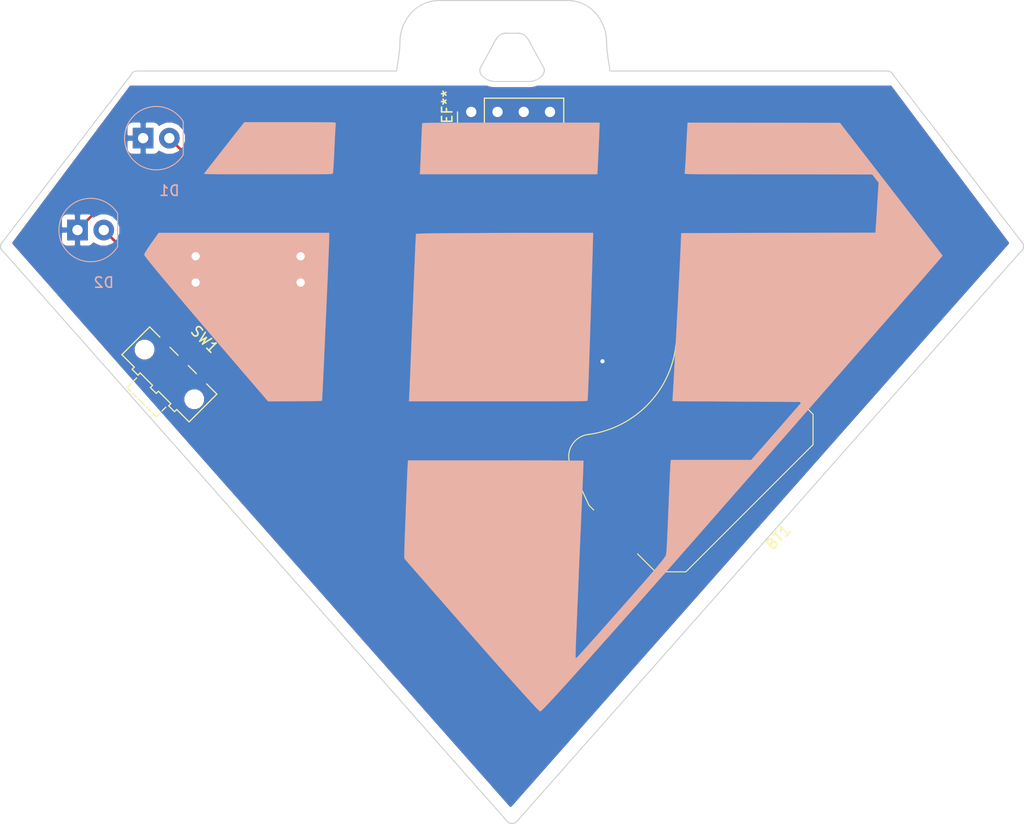
<source format=kicad_pcb>
(kicad_pcb (version 20171130) (host pcbnew "(5.0.0)")

  (general
    (thickness 1.6)
    (drawings 286)
    (tracks 14)
    (zones 0)
    (modules 9)
    (nets 7)
  )

  (page A4)
  (layers
    (0 F.Cu signal hide)
    (31 B.Cu signal hide)
    (32 B.Adhes user)
    (33 F.Adhes user)
    (34 B.Paste user)
    (35 F.Paste user)
    (36 B.SilkS user hide)
    (37 F.SilkS user hide)
    (38 B.Mask user)
    (39 F.Mask user)
    (40 Dwgs.User user)
    (41 Cmts.User user)
    (42 Eco1.User user)
    (43 Eco2.User user)
    (44 Edge.Cuts user)
    (45 Margin user)
    (46 B.CrtYd user)
    (47 F.CrtYd user)
    (48 B.Fab user)
    (49 F.Fab user)
  )

  (setup
    (last_trace_width 0.25)
    (trace_clearance 0.2)
    (zone_clearance 0.508)
    (zone_45_only no)
    (trace_min 0.2)
    (segment_width 0.2)
    (edge_width 0.15)
    (via_size 0.6)
    (via_drill 0.4)
    (via_min_size 0.4)
    (via_min_drill 0.3)
    (uvia_size 0.3)
    (uvia_drill 0.1)
    (uvias_allowed no)
    (uvia_min_size 0.2)
    (uvia_min_drill 0.1)
    (pcb_text_width 0.3)
    (pcb_text_size 1.5 1.5)
    (mod_edge_width 0.15)
    (mod_text_size 1 1)
    (mod_text_width 0.15)
    (pad_size 1.524 1.524)
    (pad_drill 0.762)
    (pad_to_mask_clearance 0.2)
    (aux_axis_origin 0 0)
    (grid_origin 167.64 121.92)
    (visible_elements 7FFFFFFF)
    (pcbplotparams
      (layerselection 0x010f0_80000001)
      (usegerberextensions false)
      (usegerberattributes false)
      (usegerberadvancedattributes false)
      (creategerberjobfile false)
      (excludeedgelayer true)
      (linewidth 0.100000)
      (plotframeref false)
      (viasonmask false)
      (mode 1)
      (useauxorigin false)
      (hpglpennumber 1)
      (hpglpenspeed 20)
      (hpglpendiameter 15.000000)
      (psnegative false)
      (psa4output false)
      (plotreference true)
      (plotvalue true)
      (plotinvisibletext false)
      (padsonsilk false)
      (subtractmaskfromsilk false)
      (outputformat 1)
      (mirror false)
      (drillshape 1)
      (scaleselection 1)
      (outputdirectory "gerbers/"))
  )

  (net 0 "")
  (net 1 GND)
  (net 2 /VCC)
  (net 3 "Net-(D1-Pad2)")
  (net 4 "Net-(D2-Pad2)")
  (net 5 "Net-(R1-Pad1)")
  (net 6 "Net-(SW1-Pad3)")

  (net_class Default "This is the default net class."
    (clearance 0.2)
    (trace_width 0.25)
    (via_dia 0.6)
    (via_drill 0.4)
    (uvia_dia 0.3)
    (uvia_drill 0.1)
    (add_net /VCC)
    (add_net GND)
    (add_net "Net-(D1-Pad2)")
    (add_net "Net-(D2-Pad2)")
    (add_net "Net-(R1-Pad1)")
    (add_net "Net-(SW1-Pad3)")
  )

  (module Resistor_THT:R_Axial_DIN0207_L6.3mm_D2.5mm_P10.16mm_Horizontal (layer F.Cu) (tedit 5AE5139B) (tstamp 5C63CD40)
    (at 129.54 99.06 180)
    (descr "Resistor, Axial_DIN0207 series, Axial, Horizontal, pin pitch=10.16mm, 0.25W = 1/4W, length*diameter=6.3*2.5mm^2, http://cdn-reichelt.de/documents/datenblatt/B400/1_4W%23YAG.pdf")
    (tags "Resistor Axial_DIN0207 series Axial Horizontal pin pitch 10.16mm 0.25W = 1/4W length 6.3mm diameter 2.5mm")
    (path /5C563C8F)
    (fp_text reference R2 (at 3.81 0 180) (layer F.SilkS)
      (effects (font (size 1 1) (thickness 0.15)))
    )
    (fp_text value R (at 2.54 0 180) (layer F.Fab)
      (effects (font (size 1 1) (thickness 0.15)))
    )
    (fp_text user %R (at 5.08 0 180) (layer F.Fab)
      (effects (font (size 1 1) (thickness 0.15)))
    )
    (fp_line (start 11.21 -1.5) (end -1.05 -1.5) (layer F.CrtYd) (width 0.05))
    (fp_line (start 11.21 1.5) (end 11.21 -1.5) (layer F.CrtYd) (width 0.05))
    (fp_line (start -1.05 1.5) (end 11.21 1.5) (layer F.CrtYd) (width 0.05))
    (fp_line (start -1.05 -1.5) (end -1.05 1.5) (layer F.CrtYd) (width 0.05))
    (fp_line (start 9.12 0) (end 8.35 0) (layer F.SilkS) (width 0.12))
    (fp_line (start 1.04 0) (end 1.81 0) (layer F.SilkS) (width 0.12))
    (fp_line (start 8.35 -1.37) (end 1.81 -1.37) (layer F.SilkS) (width 0.12))
    (fp_line (start 8.35 1.37) (end 8.35 -1.37) (layer F.SilkS) (width 0.12))
    (fp_line (start 1.81 1.37) (end 8.35 1.37) (layer F.SilkS) (width 0.12))
    (fp_line (start 1.81 -1.37) (end 1.81 1.37) (layer F.SilkS) (width 0.12))
    (fp_line (start 10.16 0) (end 8.23 0) (layer F.Fab) (width 0.1))
    (fp_line (start 0 0) (end 1.93 0) (layer F.Fab) (width 0.1))
    (fp_line (start 8.23 -1.25) (end 1.93 -1.25) (layer F.Fab) (width 0.1))
    (fp_line (start 8.23 1.25) (end 8.23 -1.25) (layer F.Fab) (width 0.1))
    (fp_line (start 1.93 1.25) (end 8.23 1.25) (layer F.Fab) (width 0.1))
    (fp_line (start 1.93 -1.25) (end 1.93 1.25) (layer F.Fab) (width 0.1))
    (pad 2 thru_hole oval (at 10.16 0 180) (size 1.6 1.6) (drill 0.8) (layers *.Cu *.Mask)
      (net 4 "Net-(D2-Pad2)"))
    (pad 1 thru_hole circle (at 0 0 180) (size 1.6 1.6) (drill 0.8) (layers *.Cu *.Mask)
      (net 5 "Net-(R1-Pad1)"))
    (model ${KISYS3DMOD}/Resistor_THT.3dshapes/R_Axial_DIN0207_L6.3mm_D2.5mm_P10.16mm_Horizontal.wrl
      (at (xyz 0 0 0))
      (scale (xyz 1 1 1))
      (rotate (xyz 0 0 0))
    )
  )

  (module Resistor_THT:R_Axial_DIN0207_L6.3mm_D2.5mm_P10.16mm_Horizontal (layer F.Cu) (tedit 5AE5139B) (tstamp 5C63CD29)
    (at 129.54 96.52 180)
    (descr "Resistor, Axial_DIN0207 series, Axial, Horizontal, pin pitch=10.16mm, 0.25W = 1/4W, length*diameter=6.3*2.5mm^2, http://cdn-reichelt.de/documents/datenblatt/B400/1_4W%23YAG.pdf")
    (tags "Resistor Axial_DIN0207 series Axial Horizontal pin pitch 10.16mm 0.25W = 1/4W length 6.3mm diameter 2.5mm")
    (path /5C563C34)
    (fp_text reference R1 (at 6.35 -2.54 180) (layer F.SilkS)
      (effects (font (size 1 1) (thickness 0.15)))
    )
    (fp_text value R (at 2.54 0 180) (layer F.Fab)
      (effects (font (size 1 1) (thickness 0.15)))
    )
    (fp_text user %R (at 5.08 0 180) (layer F.Fab)
      (effects (font (size 1 1) (thickness 0.15)))
    )
    (fp_line (start 11.21 -1.5) (end -1.05 -1.5) (layer F.CrtYd) (width 0.05))
    (fp_line (start 11.21 1.5) (end 11.21 -1.5) (layer F.CrtYd) (width 0.05))
    (fp_line (start -1.05 1.5) (end 11.21 1.5) (layer F.CrtYd) (width 0.05))
    (fp_line (start -1.05 -1.5) (end -1.05 1.5) (layer F.CrtYd) (width 0.05))
    (fp_line (start 9.12 0) (end 8.35 0) (layer F.SilkS) (width 0.12))
    (fp_line (start 1.04 0) (end 1.81 0) (layer F.SilkS) (width 0.12))
    (fp_line (start 8.35 -1.37) (end 1.81 -1.37) (layer F.SilkS) (width 0.12))
    (fp_line (start 8.35 1.37) (end 8.35 -1.37) (layer F.SilkS) (width 0.12))
    (fp_line (start 1.81 1.37) (end 8.35 1.37) (layer F.SilkS) (width 0.12))
    (fp_line (start 1.81 -1.37) (end 1.81 1.37) (layer F.SilkS) (width 0.12))
    (fp_line (start 10.16 0) (end 8.23 0) (layer F.Fab) (width 0.1))
    (fp_line (start 0 0) (end 1.93 0) (layer F.Fab) (width 0.1))
    (fp_line (start 8.23 -1.25) (end 1.93 -1.25) (layer F.Fab) (width 0.1))
    (fp_line (start 8.23 1.25) (end 8.23 -1.25) (layer F.Fab) (width 0.1))
    (fp_line (start 1.93 1.25) (end 8.23 1.25) (layer F.Fab) (width 0.1))
    (fp_line (start 1.93 -1.25) (end 1.93 1.25) (layer F.Fab) (width 0.1))
    (pad 2 thru_hole oval (at 10.16 0 180) (size 1.6 1.6) (drill 0.8) (layers *.Cu *.Mask)
      (net 3 "Net-(D1-Pad2)"))
    (pad 1 thru_hole circle (at 0 0 180) (size 1.6 1.6) (drill 0.8) (layers *.Cu *.Mask)
      (net 5 "Net-(R1-Pad1)"))
    (model ${KISYS3DMOD}/Resistor_THT.3dshapes/R_Axial_DIN0207_L6.3mm_D2.5mm_P10.16mm_Horizontal.wrl
      (at (xyz 0 0 0))
      (scale (xyz 1 1 1))
      (rotate (xyz 0 0 0))
    )
  )

  (module Button_Switch_SMD:SW_SPDT_CK-JS102011SAQN (layer F.Cu) (tedit 5A02FC95) (tstamp 5C63CD59)
    (at 116.84 107.95 315)
    (descr http://www.ckswitches.com/media/1422/js.pdf)
    (tags "switch spdt")
    (path /5C5642E2)
    (attr smd)
    (fp_text reference SW1 (at 0 -4.800001 315) (layer F.SilkS)
      (effects (font (size 1 1) (thickness 0.15)))
    )
    (fp_text value SW_DPDT_x2 (at 0 -2.9 315) (layer F.Fab)
      (effects (font (size 1 1) (thickness 0.15)))
    )
    (fp_line (start -0.4 3.8) (end -0.4 3.8) (layer F.SilkS) (width 0.12))
    (fp_line (start 0.4 3.8) (end -0.4 3.8) (layer F.SilkS) (width 0.12))
    (fp_line (start 0.7 3.8) (end 0.7 3.8) (layer F.SilkS) (width 0.12))
    (fp_line (start 1.2 3.8) (end 0.7 3.8) (layer F.SilkS) (width 0.12))
    (fp_line (start -0.7 3.8) (end -0.7 3.8) (layer F.SilkS) (width 0.12))
    (fp_line (start -1.2 3.8) (end -0.7 3.8) (layer F.SilkS) (width 0.12))
    (fp_line (start -2 2.5) (end -2 2.5) (layer F.SilkS) (width 0.12))
    (fp_line (start -2 3) (end -2 2.5) (layer F.SilkS) (width 0.12))
    (fp_line (start 2 2.5) (end 2 2.5) (layer F.SilkS) (width 0.12))
    (fp_line (start 2 3) (end 2 2.5) (layer F.SilkS) (width 0.12))
    (fp_line (start 2 3.3) (end 2 3.3) (layer F.SilkS) (width 0.12))
    (fp_line (start 2 3.8) (end 2 3.3) (layer F.SilkS) (width 0.12))
    (fp_line (start 1.5 3.8) (end 1.5 3.8) (layer F.SilkS) (width 0.12))
    (fp_line (start 2 3.8) (end 1.5 3.8) (layer F.SilkS) (width 0.12))
    (fp_line (start -1.5 3.8) (end -1.5 3.8) (layer F.SilkS) (width 0.12))
    (fp_line (start -2 3.8) (end -1.5 3.8) (layer F.SilkS) (width 0.12))
    (fp_line (start -2 3.3) (end -2 3.3) (layer F.SilkS) (width 0.12))
    (fp_line (start -2 3.8) (end -2 3.3) (layer F.SilkS) (width 0.12))
    (fp_line (start -5 -2.25) (end -5 -2.25) (layer F.CrtYd) (width 0.05))
    (fp_line (start -3.5 -2.25) (end -5 -2.25) (layer F.CrtYd) (width 0.05))
    (fp_line (start -3.5 -4.5) (end -3.5 -2.25) (layer F.CrtYd) (width 0.05))
    (fp_line (start 3.5 -4.5) (end -3.5 -4.5) (layer F.CrtYd) (width 0.05))
    (fp_line (start 3.5 -2.25) (end 3.5 -4.5) (layer F.CrtYd) (width 0.05))
    (fp_line (start 5 -2.25) (end 3.5 -2.25) (layer F.CrtYd) (width 0.05))
    (fp_line (start 5 2.25) (end 5 -2.25) (layer F.CrtYd) (width 0.05))
    (fp_line (start 3.25 2.25) (end 5 2.25) (layer F.CrtYd) (width 0.05))
    (fp_line (start 3.25 2.5) (end 3.25 2.25) (layer F.CrtYd) (width 0.05))
    (fp_line (start 2.5 2.5) (end 3.25 2.5) (layer F.CrtYd) (width 0.05))
    (fp_line (start 2.5 4.25) (end 2.5 2.5) (layer F.CrtYd) (width 0.05))
    (fp_line (start -2.5 4.25) (end 2.5 4.25) (layer F.CrtYd) (width 0.05))
    (fp_line (start -2.5 2.75) (end -2.5 4.25) (layer F.CrtYd) (width 0.05))
    (fp_line (start -3.25 2.75) (end -2.5 2.75) (layer F.CrtYd) (width 0.05))
    (fp_line (start -3.25 2.25) (end -3.25 2.75) (layer F.CrtYd) (width 0.05))
    (fp_line (start -5 2.25) (end -3.25 2.25) (layer F.CrtYd) (width 0.05))
    (fp_line (start -5 -2.25) (end -5 2.25) (layer F.CrtYd) (width 0.05))
    (fp_line (start -2 1.8) (end -2 1.8) (layer F.Fab) (width 0.1))
    (fp_line (start -2 3.8) (end -2 1.8) (layer F.Fab) (width 0.1))
    (fp_line (start -0.5 3.8) (end -2 3.8) (layer F.Fab) (width 0.1))
    (fp_line (start -0.5 1.8) (end -0.5 3.8) (layer F.Fab) (width 0.1))
    (fp_line (start -4.6 1.9) (end -4.6 1.9) (layer F.SilkS) (width 0.12))
    (fp_line (start -2.9 1.9) (end -4.6 1.9) (layer F.SilkS) (width 0.12))
    (fp_line (start -2.9 2.2) (end -2.9 1.9) (layer F.SilkS) (width 0.12))
    (fp_line (start -2.1 2.2) (end -2.9 2.2) (layer F.SilkS) (width 0.12))
    (fp_line (start -2.1 1.9) (end -2.1 2.2) (layer F.SilkS) (width 0.12))
    (fp_line (start -0.4 1.9) (end -2.1 1.9) (layer F.SilkS) (width 0.12))
    (fp_line (start -0.4 2.2) (end -0.4 1.9) (layer F.SilkS) (width 0.12))
    (fp_line (start 0.4 2.2) (end -0.4 2.2) (layer F.SilkS) (width 0.12))
    (fp_line (start 0.4 1.9) (end 0.4 2.2) (layer F.SilkS) (width 0.12))
    (fp_line (start 2.1 1.9) (end 0.4 1.9) (layer F.SilkS) (width 0.12))
    (fp_line (start 2.1 2.2) (end 2.1 1.9) (layer F.SilkS) (width 0.12))
    (fp_line (start 2.9 2.2) (end 2.1 2.2) (layer F.SilkS) (width 0.12))
    (fp_line (start 2.9 1.9) (end 2.9 2.2) (layer F.SilkS) (width 0.12))
    (fp_line (start 4.6 1.9) (end 2.9 1.9) (layer F.SilkS) (width 0.12))
    (fp_line (start 2.8 1.8) (end 2.8 1.8) (layer F.Fab) (width 0.1))
    (fp_line (start 2.8 2.1) (end 2.8 1.8) (layer F.Fab) (width 0.1))
    (fp_line (start 2.2 2.1) (end 2.8 2.1) (layer F.Fab) (width 0.1))
    (fp_line (start 2.2 1.8) (end 2.2 2.1) (layer F.Fab) (width 0.1))
    (fp_line (start -2.8 1.8) (end -2.8 1.8) (layer F.Fab) (width 0.1))
    (fp_line (start -2.8 2.1) (end -2.8 1.8) (layer F.Fab) (width 0.1))
    (fp_line (start -2.2 2.1) (end -2.8 2.1) (layer F.Fab) (width 0.1))
    (fp_line (start -2.2 1.8) (end -2.2 2.1) (layer F.Fab) (width 0.1))
    (fp_line (start -0.3 1.8) (end -0.3 1.8) (layer F.Fab) (width 0.1))
    (fp_line (start -0.3 2.1) (end -0.3 1.8) (layer F.Fab) (width 0.1))
    (fp_line (start 0.3 2.1) (end -0.3 2.1) (layer F.Fab) (width 0.1))
    (fp_line (start 0.3 1.8) (end 0.3 2.1) (layer F.Fab) (width 0.1))
    (fp_line (start -1.8 -1.9) (end -1.8 -1.9) (layer F.SilkS) (width 0.12))
    (fp_line (start -0.7 -1.9) (end -1.8 -1.9) (layer F.SilkS) (width 0.12))
    (fp_line (start 0.7 -1.9) (end 0.7 -1.9) (layer F.SilkS) (width 0.12))
    (fp_line (start 1.8 -1.9) (end 0.7 -1.9) (layer F.SilkS) (width 0.12))
    (fp_line (start -4.6 -1.9) (end -3.2 -1.9) (layer F.SilkS) (width 0.12))
    (fp_line (start -4.6 1.9) (end -4.6 -1.9) (layer F.SilkS) (width 0.12))
    (fp_line (start 4.6 -1.9) (end 4.6 1.9) (layer F.SilkS) (width 0.12))
    (fp_line (start 3.2 -1.9) (end 4.6 -1.9) (layer F.SilkS) (width 0.12))
    (fp_line (start -1.5 1.8) (end -1.5 1.8) (layer F.Fab) (width 0.1))
    (fp_text user %R (at 0 0 315) (layer F.Fab)
      (effects (font (size 1 1) (thickness 0.15)))
    )
    (fp_line (start -4.5 1.8) (end -4.5 1.8) (layer F.Fab) (width 0.1))
    (fp_line (start -4.5 -1.8) (end -4.5 1.8) (layer F.Fab) (width 0.1))
    (fp_line (start -4.5 1.8) (end -4.5 1.8) (layer F.Fab) (width 0.1))
    (fp_line (start -4.4 1.8) (end -4.5 1.8) (layer F.Fab) (width 0.1))
    (fp_line (start 4.5 1.8) (end -4.4 1.8) (layer F.Fab) (width 0.1))
    (fp_line (start 4.5 -1.8) (end 4.5 1.8) (layer F.Fab) (width 0.1))
    (fp_line (start -4.5 -1.8) (end 4.5 -1.8) (layer F.Fab) (width 0.1))
    (pad "" np_thru_hole circle (at 3.4 0 315) (size 0.9 0.9) (drill 0.9) (layers *.Cu *.Mask))
    (pad "" np_thru_hole circle (at -3.4 0 315) (size 0.9 0.9) (drill 0.9) (layers *.Cu *.Mask))
    (pad 3 smd rect (at 2.5 -2.75 315) (size 1.25 2.5) (layers F.Cu F.Paste F.Mask)
      (net 6 "Net-(SW1-Pad3)"))
    (pad 2 smd rect (at 0 -2.75 315) (size 1.25 2.5) (layers F.Cu F.Paste F.Mask)
      (net 5 "Net-(R1-Pad1)"))
    (pad 1 smd rect (at -2.5 -2.75 315) (size 1.25 2.5) (layers F.Cu F.Paste F.Mask)
      (net 2 /VCC))
    (model ${KISYS3DMOD}/Button_Switch_SMD.3dshapes/SW_SPDT_CK-JS102011SAQN.wrl
      (at (xyz 0 0 0))
      (scale (xyz 1 1 1))
      (rotate (xyz 0 0 0))
    )
  )

  (module Battery:BatteryHolder_Keystone_3034_1x20mm (layer F.Cu) (tedit 595D9565) (tstamp 5C63CCF8)
    (at 167.64 115.57 225)
    (descr "Keystone 3034 SMD battery holder for 2020, 2025 and 2032 coincell batteries. http://www.keyelco.com/product-pdf.cfm?p=798")
    (tags "Keystone type 3034 coin cell retainer")
    (path /5C56385C)
    (attr smd)
    (fp_text reference BT1 (at 0 -11.5 225) (layer F.SilkS)
      (effects (font (size 1 1) (thickness 0.15)))
    )
    (fp_text value Battery (at 0 11.5 225) (layer F.Fab)
      (effects (font (size 1 1) (thickness 0.15)))
    )
    (fp_line (start 11.87 2.79) (end 11.87 -2.79) (layer F.CrtYd) (width 0.05))
    (fp_line (start 10.88 2.79) (end 11.87 2.79) (layer F.CrtYd) (width 0.05))
    (fp_line (start 10.88 3.64) (end 10.88 2.79) (layer F.CrtYd) (width 0.05))
    (fp_line (start 9.43 7.63) (end 10.88 3.64) (layer F.CrtYd) (width 0.05))
    (fp_arc (start 7.31 6.85) (end 5.96 8.64) (angle -106.9) (layer F.CrtYd) (width 0.05))
    (fp_arc (start 0 0) (end -5.96 8.64) (angle -69.1) (layer F.CrtYd) (width 0.05))
    (fp_arc (start -7.31 6.85) (end -9.43 7.62) (angle -106.9) (layer F.CrtYd) (width 0.05))
    (fp_line (start -10.88 3.64) (end -9.44 7.62) (layer F.CrtYd) (width 0.05))
    (fp_line (start -10.88 2.79) (end -10.88 3.64) (layer F.CrtYd) (width 0.05))
    (fp_line (start -11.87 2.79) (end -10.88 2.79) (layer F.CrtYd) (width 0.05))
    (fp_line (start -11.87 -2.79) (end -11.87 2.79) (layer F.CrtYd) (width 0.05))
    (fp_line (start -10.88 -2.79) (end -11.87 -2.79) (layer F.CrtYd) (width 0.05))
    (fp_line (start -10.88 -5.5) (end -10.88 -2.79) (layer F.CrtYd) (width 0.05))
    (fp_line (start -8.74 -7.64) (end -10.88 -5.5) (layer F.CrtYd) (width 0.05))
    (fp_line (start -7.2 -7.64) (end -8.74 -7.64) (layer F.CrtYd) (width 0.05))
    (fp_arc (start 0 0) (end 7.2 -7.64) (angle -86.6) (layer F.CrtYd) (width 0.05))
    (fp_line (start 8.74 -7.64) (end 7.2 -7.64) (layer F.CrtYd) (width 0.05))
    (fp_line (start 10.88 -5.5) (end 8.74 -7.64) (layer F.CrtYd) (width 0.05))
    (fp_line (start 10.88 -2.79) (end 10.88 -5.5) (layer F.CrtYd) (width 0.05))
    (fp_line (start 11.87 -2.79) (end 10.88 -2.79) (layer F.CrtYd) (width 0.05))
    (fp_arc (start -7.31 6.85) (end -9.19 7.53) (angle -107.5) (layer F.Fab) (width 0.1))
    (fp_arc (start 0 16.36) (end 6.1 8.43) (angle -75.1) (layer F.Fab) (width 0.1))
    (fp_arc (start 7.31 6.85) (end 6.1 8.43) (angle -107.5) (layer F.Fab) (width 0.1))
    (fp_line (start 10.63 3.6) (end 9.19 7.53) (layer F.Fab) (width 0.1))
    (fp_line (start 10.63 -5.4) (end 10.63 3.6) (layer F.Fab) (width 0.1))
    (fp_line (start 8.64 -7.39) (end 10.63 -5.4) (layer F.Fab) (width 0.1))
    (fp_line (start -8.64 -7.39) (end 8.64 -7.39) (layer F.Fab) (width 0.1))
    (fp_line (start -10.63 -5.4) (end -8.64 -7.39) (layer F.Fab) (width 0.1))
    (fp_line (start -10.63 3.6) (end -10.63 -5.4) (layer F.Fab) (width 0.1))
    (fp_line (start -9.19 7.53) (end -10.63 3.6) (layer F.Fab) (width 0.1))
    (fp_line (start 10.78 3) (end 10.78 3.63) (layer F.SilkS) (width 0.1))
    (fp_line (start 10.78 -5.46) (end 10.78 -3) (layer F.SilkS) (width 0.1))
    (fp_line (start -10.78 3) (end -10.78 3.63) (layer F.SilkS) (width 0.1))
    (fp_line (start -10.78 -5.46) (end -10.78 -3) (layer F.SilkS) (width 0.1))
    (fp_arc (start 7.31 6.85) (end 6 8.55) (angle -107.5) (layer F.SilkS) (width 0.1))
    (fp_line (start 10.78 3.63) (end 9.34 7.58) (layer F.SilkS) (width 0.1))
    (fp_line (start 8.7 -7.54) (end 10.78 -5.46) (layer F.SilkS) (width 0.1))
    (fp_line (start 8.7 -7.54) (end -8.7 -7.54) (layer F.SilkS) (width 0.1))
    (fp_line (start -8.7 -7.54) (end -10.78 -5.46) (layer F.SilkS) (width 0.1))
    (fp_line (start -10.78 3.63) (end -9.34 7.58) (layer F.SilkS) (width 0.1))
    (fp_arc (start -7.31 6.85) (end -9.34 7.58) (angle -107.5) (layer F.SilkS) (width 0.1))
    (fp_arc (start 0 16.36) (end 6 8.55) (angle -75.1) (layer F.SilkS) (width 0.1))
    (fp_circle (center 0 0) (end 0 10.25) (layer Dwgs.User) (width 0.15))
    (fp_text user %R (at 0 -2.9 225) (layer F.Fab)
      (effects (font (size 1 1) (thickness 0.15)))
    )
    (pad 1 smd rect (at -10.985 0 225) (size 1.27 5.08) (layers F.Cu F.Paste F.Mask)
      (net 2 /VCC))
    (pad 1 smd rect (at 10.985 0 225) (size 1.27 5.08) (layers F.Cu F.Paste F.Mask)
      (net 2 /VCC))
    (pad 2 smd rect (at 0 0 225) (size 3.96 3.96) (layers F.Cu F.Paste F.Mask)
      (net 1 GND))
    (model ${KISYS3DMOD}/Battery.3dshapes/BatteryHolder_Keystone_3034_1x20mm.wrl
      (at (xyz 0 0 0))
      (scale (xyz 1 1 1))
      (rotate (xyz 0 0 0))
    )
  )

  (module DigiKey:LED_5mm_Radial (layer B.Cu) (tedit 5B198A4A) (tstamp 5C63CD05)
    (at 116.84 85.09)
    (descr http://optoelectronics.liteon.com/upload/download/DS20-2000-343/1CHKxKNN.pdf)
    (path /5C563B35)
    (fp_text reference D1 (at 0 5.08) (layer B.SilkS)
      (effects (font (size 1 1) (thickness 0.15)) (justify mirror))
    )
    (fp_text value LED (at 0 -5.08) (layer B.Fab)
      (effects (font (size 1 1) (thickness 0.15)) (justify mirror))
    )
    (fp_text user %R (at -1.26 -0.01) (layer B.Fab)
      (effects (font (size 1 1) (thickness 0.15)) (justify mirror))
    )
    (fp_circle (center -1.27 0) (end -4.57 0) (layer B.CrtYd) (width 0.05))
    (fp_arc (start -1.27 0) (end 1.23 1.58) (angle 295.414233) (layer B.Fab) (width 0.1))
    (fp_line (start 1.23 1.58) (end 1.23 -1.58) (layer B.Fab) (width 0.1))
    (fp_line (start -4.22 0.01) (end -4.22 0.01) (layer B.Fab) (width 0.1))
    (fp_arc (start -1.27 0) (end 1.34 1.61) (angle 296.7237964) (layer B.SilkS) (width 0.1))
    (fp_line (start 1.34 -1.6) (end 1.34 1.61) (layer B.SilkS) (width 0.1))
    (pad 1 thru_hole rect (at -2.54 0) (size 2 2) (drill 1) (layers *.Cu *.Mask)
      (net 1 GND))
    (pad 2 thru_hole circle (at 0 0) (size 2 2) (drill 1) (layers *.Cu *.Mask)
      (net 3 "Net-(D1-Pad2)"))
  )

  (module DigiKey:LED_5mm_Radial (layer B.Cu) (tedit 5B198A4A) (tstamp 5C63CD12)
    (at 110.49 93.98)
    (descr http://optoelectronics.liteon.com/upload/download/DS20-2000-343/1CHKxKNN.pdf)
    (path /5C563B93)
    (fp_text reference D2 (at 0 5.08) (layer B.SilkS)
      (effects (font (size 1 1) (thickness 0.15)) (justify mirror))
    )
    (fp_text value LED (at 0 -5.08) (layer B.Fab)
      (effects (font (size 1 1) (thickness 0.15)) (justify mirror))
    )
    (fp_text user %R (at -1.26 -0.01) (layer B.Fab)
      (effects (font (size 1 1) (thickness 0.15)) (justify mirror))
    )
    (fp_circle (center -1.27 0) (end -4.57 0) (layer B.CrtYd) (width 0.05))
    (fp_arc (start -1.27 0) (end 1.23 1.58) (angle 295.414233) (layer B.Fab) (width 0.1))
    (fp_line (start 1.23 1.58) (end 1.23 -1.58) (layer B.Fab) (width 0.1))
    (fp_line (start -4.22 0.01) (end -4.22 0.01) (layer B.Fab) (width 0.1))
    (fp_arc (start -1.27 0) (end 1.34 1.61) (angle 296.7237964) (layer B.SilkS) (width 0.1))
    (fp_line (start 1.34 -1.6) (end 1.34 1.61) (layer B.SilkS) (width 0.1))
    (pad 1 thru_hole rect (at -2.54 0) (size 2 2) (drill 1) (layers *.Cu *.Mask)
      (net 1 GND))
    (pad 2 thru_hole circle (at 0 0) (size 2 2) (drill 1) (layers *.Cu *.Mask)
      (net 4 "Net-(D2-Pad2)"))
  )

  (module superhashtagpcb:B.Mask_g8161 (layer F.Cu) (tedit 0) (tstamp 5C63D1B1)
    (at 150 115)
    (fp_text reference "" (at 0 0) (layer F.SilkS)
      (effects (font (size 1.27 1.27) (thickness 0.15)))
    )
    (fp_text value "" (at 0 0) (layer F.SilkS)
      (effects (font (size 1.27 1.27) (thickness 0.15)))
    )
    (fp_poly (pts (xy -27.57008 -4.659673) (xy -27.519886 -4.617803) (xy -27.465205 -4.556586) (xy -27.402521 -4.480727)
      (xy -27.374583 -4.44753) (xy -27.276742 -4.322608) (xy -27.206336 -4.213072) (xy -27.178048 -4.14188)
      (xy -27.178 -4.140115) (xy -27.196323 -4.078778) (xy -27.247201 -3.955762) (xy -27.324493 -3.784694)
      (xy -27.422062 -3.579203) (xy -27.52239 -3.375585) (xy -27.645179 -3.128943) (xy -27.765715 -2.884059)
      (xy -27.874301 -2.660833) (xy -27.96124 -2.479162) (xy -28.004438 -2.386465) (xy -28.142096 -2.084764)
      (xy -27.044868 -2.449909) (xy -25.947641 -2.815055) (xy -25.738068 -2.582277) (xy -25.589312 -2.399359)
      (xy -25.506322 -2.255165) (xy -25.49079 -2.153164) (xy -25.511049 -2.116847) (xy -25.558317 -2.095967)
      (xy -25.677102 -2.051893) (xy -25.85844 -1.987719) (xy -26.093367 -1.906537) (xy -26.372916 -1.81144)
      (xy -26.688123 -1.705521) (xy -27.030023 -1.591872) (xy -27.096603 -1.569878) (xy -28.645039 -1.058863)
      (xy -28.935672 -0.434181) (xy -29.036319 -0.219729) (xy -29.126857 -0.030316) (xy -29.200341 0.119796)
      (xy -29.249825 0.216348) (xy -29.265669 0.243417) (xy -29.328324 0.29038) (xy -29.408684 0.276665)
      (xy -29.514792 0.198147) (xy -29.654691 0.050706) (xy -29.665083 0.038711) (xy -29.769221 -0.087788)
      (xy -29.847209 -0.193553) (xy -29.885504 -0.259877) (xy -29.887289 -0.268203) (xy -29.869303 -0.314384)
      (xy -29.817551 -0.429758) (xy -29.73532 -0.607384) (xy -29.625896 -0.840324) (xy -29.492563 -1.121641)
      (xy -29.338607 -1.444397) (xy -29.167315 -1.801652) (xy -28.98197 -2.186468) (xy -28.831519 -2.497666)
      (xy -28.598651 -2.979155) (xy -28.39997 -3.38954) (xy -28.231957 -3.733526) (xy -28.091099 -4.015817)
      (xy -27.973879 -4.241121) (xy -27.876782 -4.414141) (xy -27.796291 -4.539582) (xy -27.728891 -4.622151)
      (xy -27.671066 -4.666553) (xy -27.619301 -4.677492) (xy -27.57008 -4.659673)) (layer B.Mask) (width 0.01))
    (fp_poly (pts (xy -25.074538 -1.497327) (xy -24.929995 -1.479645) (xy -24.813362 -1.444248) (xy -24.731493 -1.405319)
      (xy -24.482902 -1.231683) (xy -24.266347 -1.000638) (xy -24.097645 -0.733727) (xy -23.992614 -0.452491)
      (xy -23.977465 -0.378356) (xy -23.953604 -0.278826) (xy -23.912492 -0.241814) (xy -23.836082 -0.244615)
      (xy -23.764793 -0.243622) (xy -23.695271 -0.209093) (xy -23.608753 -0.128241) (xy -23.522723 -0.031028)
      (xy -23.424667 0.094448) (xy -23.354111 0.205148) (xy -23.325761 0.277877) (xy -23.325712 0.279731)
      (xy -23.356726 0.321427) (xy -23.444943 0.411726) (xy -23.583153 0.544283) (xy -23.764148 0.712752)
      (xy -23.980715 0.910789) (xy -24.225647 1.132046) (xy -24.491733 1.37018) (xy -24.771764 1.618844)
      (xy -25.058528 1.871692) (xy -25.344818 2.12238) (xy -25.623422 2.364561) (xy -25.887132 2.59189)
      (xy -26.128736 2.798022) (xy -26.341026 2.976611) (xy -26.516792 3.121312) (xy -26.648823 3.225778)
      (xy -26.72991 3.283665) (xy -26.74972 3.293281) (xy -26.819048 3.266638) (xy -26.925421 3.174626)
      (xy -27.04276 3.045692) (xy -27.145494 2.919862) (xy -27.222581 2.817163) (xy -27.260753 2.755534)
      (xy -27.262666 2.748359) (xy -27.232558 2.708311) (xy -27.149908 2.624026) (xy -27.026225 2.506633)
      (xy -26.87302 2.367262) (xy -26.818252 2.318615) (xy -26.658057 2.175358) (xy -26.523513 2.051624)
      (xy -26.426089 1.958222) (xy -26.377252 1.905965) (xy -26.373752 1.899553) (xy -26.408422 1.86677)
      (xy -26.492539 1.823726) (xy -26.498112 1.821392) (xy -26.615916 1.747577) (xy -26.758578 1.622011)
      (xy -26.907167 1.465406) (xy -27.042753 1.298474) (xy -27.146407 1.141929) (xy -27.179629 1.075699)
      (xy -27.277131 0.74351) (xy -27.289564 0.465171) (xy -26.498508 0.465171) (xy -26.479147 0.686402)
      (xy -26.419709 0.83777) (xy -26.3345 0.967298) (xy -26.216386 1.101869) (xy -26.083349 1.225769)
      (xy -25.953367 1.32328) (xy -25.844423 1.378686) (xy -25.793914 1.384768) (xy -25.747362 1.355243)
      (xy -25.648304 1.278493) (xy -25.507622 1.163419) (xy -25.336199 1.018924) (xy -25.144916 0.853912)
      (xy -25.143633 0.852793) (xy -24.543938 0.329752) (xy -24.570433 0.154293) (xy -24.622248 -0.04247)
      (xy -24.71187 -0.245385) (xy -24.824123 -0.426749) (xy -24.943834 -0.558856) (xy -24.973118 -0.580918)
      (xy -25.159301 -0.661172) (xy -25.364905 -0.662945) (xy -25.591654 -0.585697) (xy -25.841272 -0.428883)
      (xy -26.069633 -0.235509) (xy -26.294785 0.007386) (xy -26.437399 0.239889) (xy -26.498508 0.465171)
      (xy -27.289564 0.465171) (xy -27.292584 0.397585) (xy -27.226383 0.043465) (xy -27.081071 -0.309224)
      (xy -26.938398 -0.525163) (xy -26.737333 -0.753888) (xy -26.498097 -0.97674) (xy -26.240909 -1.175062)
      (xy -25.98599 -1.330197) (xy -25.96089 -1.342869) (xy -25.791269 -1.423062) (xy -25.660069 -1.470797)
      (xy -25.531787 -1.494331) (xy -25.37092 -1.501918) (xy -25.275195 -1.502325) (xy -25.074538 -1.497327)) (layer B.Mask) (width 0.01))
    (fp_poly (pts (xy -22.5161 1.293503) (xy -22.329134 1.364114) (xy -22.062282 1.545839) (xy -21.838059 1.786331)
      (xy -21.669937 2.067207) (xy -21.571388 2.370083) (xy -21.564906 2.40685) (xy -21.539141 2.51913)
      (xy -21.508723 2.552925) (xy -21.491035 2.542635) (xy -21.410557 2.501808) (xy -21.377941 2.497667)
      (xy -21.313148 2.52974) (xy -21.21981 2.612271) (xy -21.115519 2.724727) (xy -21.017868 2.846577)
      (xy -20.944451 2.957288) (xy -20.91286 3.036327) (xy -20.912666 3.04067) (xy -20.943747 3.084051)
      (xy -21.032168 3.175848) (xy -21.1707 3.309709) (xy -21.352114 3.479287) (xy -21.56918 3.678232)
      (xy -21.814668 3.900194) (xy -22.081348 4.138825) (xy -22.361991 4.387776) (xy -22.649367 4.640696)
      (xy -22.936247 4.891237) (xy -23.2154 5.133049) (xy -23.479598 5.359783) (xy -23.721609 5.565091)
      (xy -23.934206 5.742622) (xy -24.110157 5.886028) (xy -24.242234 5.988959) (xy -24.323206 6.045066)
      (xy -24.343468 6.053667) (xy -24.411847 6.02398) (xy -24.506901 5.948038) (xy -24.566313 5.887821)
      (xy -24.669832 5.767073) (xy -24.760807 5.650754) (xy -24.791177 5.607461) (xy -24.86621 5.492946)
      (xy -24.69848 5.33939) (xy -24.586612 5.238166) (xy -24.438458 5.105693) (xy -24.281453 4.966474)
      (xy -24.240793 4.930633) (xy -23.950837 4.675433) (xy -24.158721 4.546205) (xy -24.435705 4.32753)
      (xy -24.647959 4.062316) (xy -24.792991 3.761425) (xy -24.868312 3.43572) (xy -24.870032 3.248199)
      (xy -24.087251 3.248199) (xy -24.062327 3.483659) (xy -24.042813 3.542661) (xy -23.975718 3.661427)
      (xy -23.86603 3.796114) (xy -23.732538 3.929425) (xy -23.594031 4.044067) (xy -23.469297 4.122744)
      (xy -23.384628 4.148509) (xy -23.339318 4.121818) (xy -23.241743 4.047525) (xy -23.102756 3.934456)
      (xy -22.933214 3.791435) (xy -22.749628 3.632256) (xy -22.543057 3.450385) (xy -22.39174 3.314312)
      (xy -22.287257 3.214033) (xy -22.221185 3.139546) (xy -22.185102 3.080848) (xy -22.170587 3.027934)
      (xy -22.169219 2.970802) (xy -22.170475 2.944339) (xy -22.226387 2.658652) (xy -22.360189 2.402954)
      (xy -22.481449 2.262499) (xy -22.590932 2.164232) (xy -22.680638 2.11497) (xy -22.785635 2.099222)
      (xy -22.851515 2.099012) (xy -23.053868 2.128642) (xy -23.258368 2.214869) (xy -23.478233 2.36459)
      (xy -23.658185 2.519935) (xy -23.885412 2.766954) (xy -24.028356 3.009502) (xy -24.087251 3.248199)
      (xy -24.870032 3.248199) (xy -24.871428 3.096062) (xy -24.799849 2.753314) (xy -24.651084 2.418337)
      (xy -24.648005 2.413) (xy -24.462054 2.152596) (xy -24.215106 1.894955) (xy -23.929356 1.658568)
      (xy -23.627001 1.461923) (xy -23.347843 1.329972) (xy -23.07701 1.263236) (xy -22.789836 1.251413)
      (xy -22.5161 1.293503)) (layer B.Mask) (width 0.01))
    (fp_poly (pts (xy -20.366533 4.072678) (xy -20.337848 4.074763) (xy -20.118837 4.111539) (xy -19.914903 4.190798)
      (xy -19.709683 4.321804) (xy -19.486812 4.51382) (xy -19.384361 4.614528) (xy -19.232838 4.781521)
      (xy -19.082081 4.971516) (xy -18.94195 5.169212) (xy -18.822304 5.359308) (xy -18.733001 5.526506)
      (xy -18.683902 5.655503) (xy -18.678089 5.71061) (xy -18.714804 5.789255) (xy -18.79792 5.892053)
      (xy -18.908682 6.002301) (xy -19.028333 6.103294) (xy -19.138117 6.178329) (xy -19.21928 6.2107)
      (xy -19.237515 6.208837) (xy -19.2827 6.161995) (xy -19.351671 6.056272) (xy -19.433174 5.909864)
      (xy -19.480635 5.815772) (xy -19.61403 5.575419) (xy -19.770184 5.348252) (xy -19.935439 5.150615)
      (xy -20.096136 4.998852) (xy -20.237883 4.909611) (xy -20.349389 4.8777) (xy -20.446556 4.896128)
      (xy -20.487768 4.914927) (xy -20.60747 4.974167) (xy -20.330691 5.355167) (xy -20.118999 5.663143)
      (xy -19.964174 5.929719) (xy -19.859639 6.169559) (xy -19.798816 6.397325) (xy -19.77669 6.59008)
      (xy -19.772048 6.762414) (xy -19.784674 6.886239) (xy -19.821563 6.997089) (xy -19.879356 7.111578)
      (xy -20.066729 7.376292) (xy -20.30246 7.578706) (xy -20.576197 7.711744) (xy -20.83545 7.765389)
      (xy -20.991705 7.770662) (xy -21.134402 7.761642) (xy -21.187833 7.751905) (xy -21.474901 7.634108)
      (xy -21.733096 7.444402) (xy -21.952802 7.193326) (xy -22.124404 6.891417) (xy -22.220758 6.619754)
      (xy -22.256954 6.510514) (xy -22.298252 6.46535) (xy -22.363099 6.464729) (xy -22.366564 6.465377)
      (xy -22.431668 6.46179) (xy -22.506225 6.418583) (xy -22.605785 6.324683) (xy -22.684015 6.23938)
      (xy -22.788095 6.116187) (xy -22.865218 6.012671) (xy -22.901285 5.948056) (xy -22.902333 5.941714)
      (xy -22.895644 5.915998) (xy -22.888806 5.9055) (xy -21.675903 5.9055) (xy -21.619141 6.138334)
      (xy -21.547062 6.377081) (xy -21.45418 6.561209) (xy -21.323632 6.72067) (xy -21.253952 6.787098)
      (xy -21.088919 6.905448) (xy -20.940162 6.943122) (xy -20.799742 6.900574) (xy -20.697743 6.818923)
      (xy -20.600507 6.665166) (xy -20.571741 6.478417) (xy -20.613154 6.277758) (xy -20.643239 6.210315)
      (xy -20.700819 6.109254) (xy -20.783994 5.977223) (xy -20.880732 5.831623) (xy -20.979 5.689851)
      (xy -21.066767 5.569308) (xy -21.131999 5.487394) (xy -21.161371 5.461077) (xy -21.203046 5.487668)
      (xy -21.289663 5.558069) (xy -21.404249 5.658334) (xy -21.431868 5.683327) (xy -21.675903 5.9055)
      (xy -22.888806 5.9055) (xy -22.871532 5.878984) (xy -22.823934 5.824985) (xy -22.746785 5.748312)
      (xy -22.63402 5.643279) (xy -22.479576 5.5042) (xy -22.277388 5.325386) (xy -22.021392 5.101151)
      (xy -21.801666 4.90953) (xy -21.511087 4.659411) (xy -21.271958 4.46209) (xy -21.074438 4.311957)
      (xy -20.908685 4.203399) (xy -20.764859 4.130804) (xy -20.63312 4.088561) (xy -20.503625 4.071056)
      (xy -20.366533 4.072678)) (layer B.Mask) (width 0.01))
    (fp_poly (pts (xy -17.110283 5.74602) (xy -17.009704 5.821915) (xy -16.895862 5.932717) (xy -16.786307 6.061131)
      (xy -16.698584 6.189862) (xy -16.689829 6.205481) (xy -16.672414 6.24123) (xy -16.667155 6.27569)
      (xy -16.680954 6.316451) (xy -16.720716 6.371105) (xy -16.793342 6.447244) (xy -16.905738 6.552458)
      (xy -17.064805 6.694339) (xy -17.277447 6.880478) (xy -17.403642 6.990449) (xy -17.558549 7.126533)
      (xy -17.689002 7.243284) (xy -17.782293 7.329175) (xy -17.825716 7.372678) (xy -17.826975 7.374509)
      (xy -17.805831 7.414172) (xy -17.737563 7.505062) (xy -17.632052 7.63581) (xy -17.49918 7.795042)
      (xy -17.348831 7.971388) (xy -17.190886 8.153476) (xy -17.035229 8.329936) (xy -16.89174 8.489396)
      (xy -16.770303 8.620484) (xy -16.6808 8.71183) (xy -16.633114 8.752062) (xy -16.629081 8.752883)
      (xy -16.588295 8.722777) (xy -16.494648 8.645984) (xy -16.358958 8.531612) (xy -16.192044 8.388772)
      (xy -16.025231 8.244417) (xy -15.837804 8.084146) (xy -15.669499 7.945344) (xy -15.531675 7.836974)
      (xy -15.43569 7.767997) (xy -15.394758 7.747) (xy -15.33798 7.776826) (xy -15.246398 7.853866)
      (xy -15.138399 7.959466) (xy -15.032373 8.074971) (xy -14.946709 8.181725) (xy -14.910037 8.238737)
      (xy -14.885526 8.324223) (xy -14.893704 8.369125) (xy -14.936292 8.414216) (xy -15.034976 8.506595)
      (xy -15.182401 8.639925) (xy -15.371208 8.807868) (xy -15.594042 9.004088) (xy -15.843546 9.222248)
      (xy -16.112363 9.456011) (xy -16.393137 9.69904) (xy -16.678511 9.944998) (xy -16.961128 10.187549)
      (xy -17.233632 10.420355) (xy -17.488666 10.63708) (xy -17.718874 10.831387) (xy -17.916898 10.996939)
      (xy -18.075383 11.127398) (xy -18.186971 11.216429) (xy -18.244305 11.257694) (xy -18.249587 11.259826)
      (xy -18.307179 11.229642) (xy -18.399461 11.148844) (xy -18.508757 11.033349) (xy -18.535337 11.002494)
      (xy -18.638177 10.873867) (xy -18.714959 10.76446) (xy -18.75214 10.693956) (xy -18.753666 10.685158)
      (xy -18.722966 10.641786) (xy -18.636764 10.551801) (xy -18.503913 10.42361) (xy -18.333264 10.26562)
      (xy -18.133668 10.086241) (xy -17.991538 9.961229) (xy -17.229409 9.296463) (xy -17.349125 9.167315)
      (xy -17.407117 9.102822) (xy -17.508802 8.987847) (xy -17.642398 8.835866) (xy -17.796124 8.66036)
      (xy -17.958198 8.474807) (xy -18.116839 8.292685) (xy -18.260266 8.127474) (xy -18.376697 7.992651)
      (xy -18.419753 7.942434) (xy -18.45984 7.957381) (xy -18.552848 8.020989) (xy -18.688641 8.125421)
      (xy -18.857082 8.262839) (xy -19.048035 8.425406) (xy -19.0768 8.450434) (xy -19.348471 8.686845)
      (xy -19.563562 8.87241) (xy -19.728732 9.012582) (xy -19.85064 9.112814) (xy -19.935944 9.178557)
      (xy -19.991302 9.215264) (xy -20.023373 9.228388) (xy -20.027157 9.228667) (xy -20.073979 9.199045)
      (xy -20.156893 9.122626) (xy -20.258298 9.01808) (xy -20.360598 8.904075) (xy -20.446192 8.799282)
      (xy -20.487253 8.740577) (xy -20.524728 8.660593) (xy -20.506639 8.597985) (xy -20.466086 8.54881)
      (xy -20.400022 8.483396) (xy -20.280647 8.373226) (xy -20.115442 8.224732) (xy -19.911886 8.044351)
      (xy -19.677461 7.838517) (xy -19.419647 7.613663) (xy -19.145926 7.376225) (xy -18.863778 7.132638)
      (xy -18.580683 6.889335) (xy -18.304122 6.652751) (xy -18.041577 6.429321) (xy -17.800527 6.22548)
      (xy -17.588454 6.047661) (xy -17.412838 5.9023) (xy -17.281159 5.79583) (xy -17.2009 5.734687)
      (xy -17.180051 5.722327) (xy -17.110283 5.74602)) (layer B.Mask) (width 0.01))
    (fp_poly (pts (xy -15.003844 10.02939) (xy -14.77191 10.08917) (xy -14.561615 10.201839) (xy -14.348042 10.378064)
      (xy -14.286296 10.438211) (xy -14.03798 10.739653) (xy -13.868847 11.063051) (xy -13.778686 11.400938)
      (xy -13.767291 11.745849) (xy -13.834453 12.090318) (xy -13.979962 12.42688) (xy -14.203611 12.74807)
      (xy -14.355373 12.9111) (xy -14.678399 13.182148) (xy -15.014152 13.378389) (xy -15.356243 13.497552)
      (xy -15.698284 13.537362) (xy -16.012756 13.500707) (xy -16.306288 13.393029) (xy -16.599931 13.214493)
      (xy -16.879481 12.977688) (xy -17.130736 12.695205) (xy -17.339495 12.379632) (xy -17.393552 12.276667)
      (xy -17.475367 12.099844) (xy -17.543192 11.933329) (xy -17.586538 11.803709) (xy -17.595035 11.765963)
      (xy -17.602905 11.686589) (xy -17.588463 11.622863) (xy -17.539634 11.555279) (xy -17.444344 11.464326)
      (xy -17.365762 11.395546) (xy -17.19924 11.261508) (xy -17.077731 11.191717) (xy -16.992016 11.185402)
      (xy -16.932877 11.241792) (xy -16.892124 11.355917) (xy -16.81742 11.640201) (xy -16.747584 11.859403)
      (xy -16.674491 12.032105) (xy -16.590017 12.176889) (xy -16.486037 12.312337) (xy -16.4616 12.340608)
      (xy -16.23819 12.542738) (xy -15.993842 12.666492) (xy -15.734221 12.709042) (xy -15.723504 12.709015)
      (xy -15.554418 12.690708) (xy -15.396754 12.645122) (xy -15.274808 12.581763) (xy -15.212877 12.510136)
      (xy -15.212549 12.509112) (xy -15.235722 12.467138) (xy -15.307739 12.370629) (xy -15.421365 12.228482)
      (xy -15.569363 12.049592) (xy -15.744497 11.842854) (xy -15.918177 11.641667) (xy -16.112536 11.415719)
      (xy -16.286964 11.207746) (xy -16.434017 11.027046) (xy -16.524274 10.911143) (xy -15.58725 10.911143)
      (xy -15.565819 10.962089) (xy -15.511715 11.040591) (xy -15.418557 11.156289) (xy -15.279964 11.318827)
      (xy -15.15222 11.465957) (xy -14.967269 11.676902) (xy -14.829016 11.827144) (xy -14.728856 11.920089)
      (xy -14.658182 11.959144) (xy -14.608391 11.947713) (xy -14.570875 11.889205) (xy -14.53703 11.787024)
      (xy -14.517836 11.717058) (xy -14.498191 11.503749) (xy -14.557621 11.294154) (xy -14.698235 11.082243)
      (xy -14.766067 11.007397) (xy -14.886239 10.896348) (xy -15.002542 10.810852) (xy -15.081528 10.772449)
      (xy -15.243966 10.760399) (xy -15.417557 10.789711) (xy -15.556614 10.852621) (xy -15.557615 10.85335)
      (xy -15.582389 10.878111) (xy -15.58725 10.911143) (xy -16.524274 10.911143) (xy -16.546254 10.882919)
      (xy -16.616231 10.784664) (xy -16.636943 10.743627) (xy -16.603511 10.67656) (xy -16.513883 10.578612)
      (xy -16.38417 10.462946) (xy -16.230485 10.342725) (xy -16.068941 10.231112) (xy -15.915649 10.14127)
      (xy -15.875 10.12115) (xy -15.734652 10.06296) (xy -15.600683 10.029436) (xy -15.440126 10.014498)
      (xy -15.282333 10.011834) (xy -15.003844 10.02939)) (layer B.Mask) (width 0.01))
    (fp_poly (pts (xy -12.724003 12.392451) (xy -12.6306 12.472284) (xy -12.524983 12.580548) (xy -12.42558 12.696962)
      (xy -12.350819 12.801243) (xy -12.31913 12.87311) (xy -12.319 12.876158) (xy -12.284448 12.927017)
      (xy -12.196178 12.994405) (xy -12.128439 13.034071) (xy -11.903426 13.191894) (xy -11.691216 13.412607)
      (xy -11.511848 13.674742) (xy -11.485597 13.722764) (xy -11.429754 13.83706) (xy -11.394635 13.939609)
      (xy -11.375539 14.056058) (xy -11.367763 14.212052) (xy -11.366532 14.372167) (xy -11.368879 14.575757)
      (xy -11.379462 14.722631) (xy -11.403539 14.840684) (xy -11.446367 14.957815) (xy -11.498172 15.070667)
      (xy -11.67798 15.377116) (xy -11.910707 15.646301) (xy -12.210368 15.893679) (xy -12.301995 15.957016)
      (xy -12.647845 16.152701) (xy -12.979841 16.266505) (xy -13.30224 16.299252) (xy -13.6193 16.251768)
      (xy -13.697875 16.227578) (xy -13.879338 16.136389) (xy -14.066927 15.992055) (xy -14.246392 15.811744)
      (xy -14.403485 15.612625) (xy -14.523955 15.411866) (xy -14.593553 15.226636) (xy -14.605 15.134628)
      (xy -14.618942 15.049771) (xy -14.663189 15.038748) (xy -14.741375 15.102025) (xy -14.791749 15.158596)
      (xy -14.905905 15.35077) (xy -14.938205 15.555581) (xy -14.889995 15.769983) (xy -14.76262 15.990929)
      (xy -14.557426 16.215371) (xy -14.275758 16.440263) (xy -14.204156 16.489169) (xy -14.015053 16.623014)
      (xy -13.893725 16.727251) (xy -13.844043 16.798474) (xy -13.843 16.806851) (xy -13.874048 16.87185)
      (xy -13.954195 16.96847) (xy -14.063946 17.078699) (xy -14.183804 17.184529) (xy -14.294273 17.267947)
      (xy -14.375859 17.310945) (xy -14.3912 17.313284) (xy -14.460093 17.288847) (xy -14.567213 17.227134)
      (xy -14.647333 17.171957) (xy -14.868513 16.988389) (xy -15.096265 16.764107) (xy -15.306108 16.525431)
      (xy -15.473559 16.298678) (xy -15.502439 16.25274) (xy -15.656616 15.929978) (xy -15.726298 15.611157)
      (xy -15.711452 15.295971) (xy -15.612051 14.984116) (xy -15.428063 14.675286) (xy -15.337812 14.560854)
      (xy -15.266442 14.486244) (xy -15.262924 14.48289) (xy -14.044568 14.48289) (xy -14.006162 14.653824)
      (xy -13.923777 14.924707) (xy -13.805104 15.143969) (xy -13.735097 15.235028) (xy -13.565015 15.390229)
      (xy -13.380732 15.465224) (xy -13.176635 15.460661) (xy -12.947111 15.377188) (xy -12.869333 15.335051)
      (xy -12.619586 15.160314) (xy -12.413256 14.955933) (xy -12.258259 14.73467) (xy -12.16251 14.509289)
      (xy -12.133924 14.292554) (xy -12.151009 14.17668) (xy -12.244488 13.969489) (xy -12.403581 13.768027)
      (xy -12.610499 13.592587) (xy -12.725529 13.521405) (xy -12.856892 13.449447) (xy -13.45073 13.966169)
      (xy -14.044568 14.48289) (xy -15.262924 14.48289) (xy -15.144141 14.369668) (xy -14.97941 14.21846)
      (xy -14.780754 14.03995) (xy -14.556674 13.841469) (xy -14.315675 13.630348) (xy -14.066259 13.41392)
      (xy -13.816929 13.199516) (xy -13.576188 12.994466) (xy -13.352539 12.806103) (xy -13.154486 12.641757)
      (xy -12.990531 12.50876) (xy -12.869177 12.414443) (xy -12.798928 12.366138) (xy -12.786764 12.361334)
      (xy -12.724003 12.392451)) (layer B.Mask) (width 0.01))
    (fp_poly (pts (xy -9.368908 14.303827) (xy -9.346292 14.319478) (xy -9.264964 14.395387) (xy -9.166692 14.503788)
      (xy -9.068309 14.6237) (xy -8.986652 14.734143) (xy -8.938556 14.814139) (xy -8.932333 14.835337)
      (xy -8.962685 14.882143) (xy -9.045971 14.972025) (xy -9.170538 15.093317) (xy -9.324731 15.234349)
      (xy -9.376833 15.280349) (xy -9.537151 15.422785) (xy -9.671426 15.546049) (xy -9.768191 15.639305)
      (xy -9.815979 15.69172) (xy -9.819051 15.69817) (xy -9.785925 15.735129) (xy -9.700936 15.805343)
      (xy -9.581982 15.894091) (xy -9.573331 15.900272) (xy -9.31125 16.134306) (xy -9.118723 16.407065)
      (xy -8.995707 16.709055) (xy -8.94216 17.030784) (xy -8.958039 17.362759) (xy -9.043304 17.695486)
      (xy -9.197912 18.019472) (xy -9.42182 18.325226) (xy -9.584826 18.491761) (xy -9.919921 18.760361)
      (xy -10.262809 18.958586) (xy -10.606112 19.084127) (xy -10.942448 19.134681) (xy -11.264439 19.107942)
      (xy -11.418376 19.064644) (xy -11.621925 18.958681) (xy -11.820448 18.795766) (xy -11.999562 18.594554)
      (xy -12.144883 18.373698) (xy -12.24203 18.151856) (xy -12.276633 17.95145) (xy -12.282787 17.858934)
      (xy -12.305187 17.839224) (xy -12.327466 17.8562) (xy -12.39897 17.900278) (xy -12.480026 17.888377)
      (xy -12.581259 17.815101) (xy -12.713292 17.675052) (xy -12.735671 17.648828) (xy -12.83782 17.524605)
      (xy -12.914399 17.424939) (xy -12.95217 17.367266) (xy -12.954 17.361308) (xy -12.925715 17.318564)
      (xy -12.902625 17.293167) (xy -11.691209 17.293167) (xy -11.668775 17.491355) (xy -11.601527 17.758217)
      (xy -11.470536 17.99949) (xy -11.359794 18.126823) (xy -11.202883 18.247908) (xy -11.046451 18.30314)
      (xy -10.873084 18.293722) (xy -10.66537 18.220856) (xy -10.581424 18.180633) (xy -10.339282 18.029164)
      (xy -10.122278 17.837778) (xy -9.94261 17.622183) (xy -9.812475 17.398087) (xy -9.744068 17.181197)
      (xy -9.736666 17.092668) (xy -9.776111 16.87947) (xy -9.886198 16.666685) (xy -10.054556 16.471375)
      (xy -10.268813 16.310603) (xy -10.327144 16.278299) (xy -10.450812 16.214348) (xy -11.07101 16.753757)
      (xy -11.691209 17.293167) (xy -12.902625 17.293167) (xy -12.852446 17.237977) (xy -12.774083 17.160233)
      (xy -12.690871 17.083571) (xy -12.555761 16.962459) (xy -12.376446 16.803572) (xy -12.160618 16.613586)
      (xy -11.91597 16.399177) (xy -11.650193 16.167023) (xy -11.37098 15.923798) (xy -11.086023 15.676179)
      (xy -10.803015 15.430843) (xy -10.529648 15.194466) (xy -10.273615 14.973724) (xy -10.042607 14.775292)
      (xy -9.844316 14.605849) (xy -9.686436 14.472068) (xy -9.576658 14.380628) (xy -9.522676 14.338204)
      (xy -9.522196 14.337887) (xy -9.433314 14.293003) (xy -9.368908 14.303827)) (layer B.Mask) (width 0.01))
    (fp_poly (pts (xy -7.627918 18.332661) (xy -7.580181 18.353705) (xy -7.384793 18.473074) (xy -7.16832 18.653304)
      (xy -6.945826 18.878694) (xy -6.732374 19.133541) (xy -6.543029 19.402146) (xy -6.487571 19.49254)
      (xy -6.387876 19.665088) (xy -6.327388 19.781962) (xy -6.300397 19.859254) (xy -6.301193 19.91306)
      (xy -6.322657 19.957342) (xy -6.390476 20.037411) (xy -6.494375 20.135385) (xy -6.614584 20.235579)
      (xy -6.731331 20.322305) (xy -6.824846 20.379878) (xy -6.87278 20.393811) (xy -6.912277 20.351311)
      (xy -6.976633 20.250449) (xy -7.054649 20.10947) (xy -7.090833 20.038598) (xy -7.243181 19.750276)
      (xy -7.382706 19.527632) (xy -7.520572 19.355145) (xy -7.667939 19.217291) (xy -7.698961 19.192949)
      (xy -7.881864 19.084189) (xy -8.042473 19.052613) (xy -8.176547 19.099011) (xy -8.181851 19.102917)
      (xy -8.208924 19.133501) (xy -8.20869 19.176277) (xy -8.174523 19.245086) (xy -8.099796 19.353769)
      (xy -7.994375 19.4945) (xy -7.740518 19.86163) (xy -7.560902 20.199225) (xy -7.452861 20.513151)
      (xy -7.415173 20.768365) (xy -7.412061 20.952831) (xy -7.42886 21.087546) (xy -7.470794 21.206141)
      (xy -7.488972 21.243438) (xy -7.663627 21.506453) (xy -7.884787 21.714547) (xy -8.139563 21.861356)
      (xy -8.415065 21.940513) (xy -8.698403 21.945653) (xy -8.849759 21.915515) (xy -9.009372 21.858381)
      (xy -9.165838 21.783905) (xy -9.198999 21.764587) (xy -9.390488 21.608727) (xy -9.571328 21.39447)
      (xy -9.72387 21.147794) (xy -9.830466 20.894677) (xy -9.856401 20.796908) (xy -9.886402 20.692767)
      (xy -9.929657 20.651041) (xy -9.999724 20.649009) (xy -10.070763 20.64128) (xy -10.148798 20.594865)
      (xy -10.250258 20.497982) (xy -10.324416 20.416175) (xy -10.42774 20.291164) (xy -10.504066 20.183963)
      (xy -10.514339 20.163749) (xy -9.282345 20.163749) (xy -9.269133 20.246605) (xy -9.261348 20.288423)
      (xy -9.180149 20.573162) (xy -9.043765 20.807576) (xy -8.892944 20.968471) (xy -8.753035 21.076599)
      (xy -8.632999 21.118079) (xy -8.507321 21.097736) (xy -8.419035 21.058094) (xy -8.283919 20.944578)
      (xy -8.214159 20.784083) (xy -8.214672 20.588922) (xy -8.220387 20.560615) (xy -8.268172 20.43199)
      (xy -8.359279 20.257698) (xy -8.482378 20.056736) (xy -8.62614 19.848101) (xy -8.717023 19.727879)
      (xy -8.799674 19.622591) (xy -8.91892 19.727048) (xy -9.079691 19.867906) (xy -9.187172 19.966847)
      (xy -9.25061 20.039028) (xy -9.279252 20.099609) (xy -9.282345 20.163749) (xy -10.514339 20.163749)
      (xy -10.539189 20.114855) (xy -10.54004 20.108334) (xy -10.528601 20.080815) (xy -10.490949 20.033614)
      (xy -10.422295 19.962357) (xy -10.31785 19.86267) (xy -10.172824 19.730178) (xy -9.982429 19.560507)
      (xy -9.741876 19.349283) (xy -9.446376 19.092133) (xy -9.091139 18.784681) (xy -9.085645 18.779935)
      (xy -8.911505 18.636615) (xy -8.736536 18.504731) (xy -8.583056 18.400468) (xy -8.487833 18.346432)
      (xy -8.207166 18.258572) (xy -7.918291 18.253999) (xy -7.627918 18.332661)) (layer B.Mask) (width 0.01))
    (fp_poly (pts (xy -5.477052 20.892106) (xy -5.280449 20.944797) (xy -5.267732 20.950361) (xy -5.00614 21.112697)
      (xy -4.778399 21.338661) (xy -4.599689 21.6093) (xy -4.485189 21.905658) (xy -4.477648 21.936887)
      (xy -4.423833 22.173328) (xy -3.915833 21.733616) (xy -3.730895 21.578106) (xy -3.56628 21.448311)
      (xy -3.434084 21.353179) (xy -3.346401 21.301662) (xy -3.323166 21.295053) (xy -3.256487 21.32689)
      (xy -3.159415 21.407775) (xy -3.050423 21.517609) (xy -2.94798 21.636296) (xy -2.870556 21.743739)
      (xy -2.836624 21.819841) (xy -2.836333 21.824757) (xy -2.866967 21.869722) (xy -2.952304 21.959975)
      (xy -3.082502 22.086015) (xy -3.247716 22.238341) (xy -3.4381 22.40745) (xy -3.458118 22.424895)
      (xy -3.648229 22.590427) (xy -3.888199 22.79959) (xy -4.164153 23.040278) (xy -4.462217 23.300385)
      (xy -4.768515 23.567805) (xy -5.069174 23.830433) (xy -5.181875 23.928917) (xy -5.442706 24.155151)
      (xy -5.685539 24.362483) (xy -5.902559 24.544494) (xy -6.085953 24.694763) (xy -6.227905 24.806869)
      (xy -6.320601 24.874394) (xy -6.354115 24.892) (xy -6.415031 24.861551) (xy -6.50855 24.781526)
      (xy -6.61495 24.668911) (xy -6.620024 24.662998) (xy -6.717298 24.540705) (xy -6.787347 24.436552)
      (xy -6.81561 24.372292) (xy -6.815666 24.370706) (xy -6.850049 24.31792) (xy -6.939414 24.244551)
      (xy -7.042718 24.179276) (xy -7.29394 23.996743) (xy -7.51971 23.754835) (xy -7.676402 23.516167)
      (xy -7.719396 23.423185) (xy -7.746696 23.322046) (xy -7.761604 23.190583) (xy -7.767423 23.006629)
      (xy -7.767956 22.901674) (xy -7.767864 22.890838) (xy -7.027333 22.890838) (xy -6.998871 23.044414)
      (xy -6.924303 23.219911) (xy -6.819857 23.381953) (xy -6.781671 23.426368) (xy -6.689067 23.515334)
      (xy -6.573869 23.612895) (xy -6.457569 23.702464) (xy -6.36166 23.767457) (xy -6.308713 23.791334)
      (xy -6.269267 23.764878) (xy -6.176472 23.691226) (xy -6.040687 23.57895) (xy -5.872269 23.436619)
      (xy -5.681575 23.272806) (xy -5.66956 23.262402) (xy -5.477964 23.094737) (xy -5.309329 22.943958)
      (xy -5.173895 22.81948) (xy -5.0819 22.730722) (xy -5.043581 22.687101) (xy -5.04328 22.68634)
      (xy -5.045568 22.623439) (xy -5.067075 22.505982) (xy -5.09923 22.374475) (xy -5.190533 22.13546)
      (xy -5.31823 21.937834) (xy -5.471118 21.791894) (xy -5.637994 21.707939) (xy -5.807653 21.696265)
      (xy -5.831773 21.701173) (xy -6.054573 21.782603) (xy -6.282246 21.914069) (xy -6.501418 22.082264)
      (xy -6.698718 22.273883) (xy -6.860773 22.475618) (xy -6.97421 22.674164) (xy -7.025657 22.856213)
      (xy -7.027333 22.890838) (xy -7.767864 22.890838) (xy -7.766196 22.69544) (xy -7.757435 22.547864)
      (xy -7.736794 22.432963) (xy -7.699398 22.324755) (xy -7.640369 22.197258) (xy -7.632872 22.182007)
      (xy -7.529998 22.002443) (xy -7.39751 21.809547) (xy -7.281996 21.666058) (xy -7.094724 21.482345)
      (xy -6.869004 21.300758) (xy -6.628452 21.137453) (xy -6.396685 21.008592) (xy -6.213348 20.934889)
      (xy -5.974278 20.886649) (xy -5.718587 20.872555) (xy -5.477052 20.892106)) (layer B.Mask) (width 0.01))
    (fp_poly (pts (xy -2.012468 23.064101) (xy -1.918342 23.128405) (xy -1.81618 23.224739) (xy -1.726745 23.334798)
      (xy -1.693357 23.389122) (xy -1.67561 23.433636) (xy -1.676145 23.483036) (xy -1.701239 23.550109)
      (xy -1.757168 23.647638) (xy -1.850208 23.788411) (xy -1.984388 23.982) (xy -2.328986 24.474787)
      (xy -2.175684 24.661873) (xy -2.022381 24.848958) (xy -1.698898 24.394229) (xy -1.549277 24.190057)
      (xy -1.43641 24.051216) (xy -1.353622 23.970357) (xy -1.294237 23.940132) (xy -1.28587 23.9395)
      (xy -1.212758 23.969772) (xy -1.118629 24.046133) (xy -1.022935 24.146903) (xy -0.945129 24.250399)
      (xy -0.904665 24.334942) (xy -0.904828 24.364188) (xy -0.936565 24.419054) (xy -1.006178 24.525413)
      (xy -1.102161 24.665985) (xy -1.175334 24.770478) (xy -1.290129 24.933808) (xy -1.394103 25.083512)
      (xy -1.472456 25.198195) (xy -1.500562 25.240596) (xy -1.575213 25.356358) (xy -1.27444 25.697129)
      (xy -1.151048 25.841947) (xy -1.052177 25.967535) (xy -0.989636 26.058289) (xy -0.973666 26.094558)
      (xy -1.003565 26.151608) (xy -1.078973 26.239989) (xy -1.178462 26.339191) (xy -1.280602 26.428705)
      (xy -1.363965 26.488021) (xy -1.397978 26.500667) (xy -1.442117 26.48406) (xy -1.510192 26.428647)
      (xy -1.610911 26.32604) (xy -1.752987 26.167854) (xy -1.80259 26.11105) (xy -1.975348 25.912347)
      (xy -2.194174 26.227113) (xy -2.291265 26.371698) (xy -2.366251 26.492739) (xy -2.40801 26.571845)
      (xy -2.413 26.589024) (xy -2.386303 26.639052) (xy -2.314519 26.735132) (xy -2.210101 26.861214)
      (xy -2.137833 26.943621) (xy -2.019543 27.08221) (xy -1.926734 27.203163) (xy -1.872001 27.2894)
      (xy -1.862666 27.316772) (xy -1.892431 27.37345) (xy -1.96758 27.461955) (xy -2.0669 27.561839)
      (xy -2.169175 27.652652) (xy -2.253192 27.713944) (xy -2.289629 27.728334) (xy -2.334294 27.699195)
      (xy -2.41612 27.624048) (xy -2.517313 27.521295) (xy -2.620085 27.409338) (xy -2.706643 27.306581)
      (xy -2.738642 27.263888) (xy -2.796148 27.198116) (xy -2.830683 27.178) (xy -2.865381 27.21091)
      (xy -2.937321 27.300831) (xy -3.036445 27.434552) (xy -3.152696 27.598862) (xy -3.16904 27.6225)
      (xy -3.316006 27.829413) (xy -3.429765 27.968537) (xy -3.520922 28.044538) (xy -3.600079 28.062077)
      (xy -3.677839 28.025818) (xy -3.764806 27.940426) (xy -3.799416 27.899751) (xy -3.879282 27.790099)
      (xy -3.928921 27.696052) (xy -3.937 27.662091) (xy -3.913405 27.601019) (xy -3.849186 27.48815)
      (xy -3.754193 27.339666) (xy -3.640023 27.174195) (xy -3.521951 27.006303) (xy -3.421497 26.858761)
      (xy -3.349467 26.747755) (xy -3.316923 26.690161) (xy -3.329753 26.61053) (xy -3.41115 26.498554)
      (xy -3.431704 26.47671) (xy -3.519385 26.391442) (xy -3.582873 26.339138) (xy -3.598927 26.331334)
      (xy -3.631646 26.364093) (xy -3.702233 26.453627) (xy -3.80077 26.586815) (xy -3.917337 26.750541)
      (xy -3.935004 26.775834) (xy -4.085753 26.983271) (xy -4.205016 27.128488) (xy -4.288938 27.207044)
      (xy -4.320881 27.220334) (xy -4.386392 27.188716) (xy -4.477399 27.109287) (xy -4.573189 27.005178)
      (xy -4.653052 26.899524) (xy -4.696274 26.815456) (xy -4.699 26.798016) (xy -4.684231 26.753791)
      (xy -4.637124 26.670429) (xy -4.553475 26.541568) (xy -4.429081 26.360849) (xy -4.259738 26.121908)
      (xy -4.16535 25.990362) (xy -4.026609 25.797556) (xy -4.096429 25.7175) (xy -3.205148 25.7175)
      (xy -3.057974 25.897417) (xy -2.972313 25.996459) (xy -2.907389 26.061205) (xy -2.88415 26.075946)
      (xy -2.850503 26.042559) (xy -2.781697 25.953894) (xy -2.689288 25.825279) (xy -2.627296 25.735272)
      (xy -2.397092 25.395986) (xy -2.739226 25.053852) (xy -3.205148 25.7175) (xy -4.096429 25.7175)
      (xy -4.301504 25.482362) (xy -4.45505 25.305693) (xy -4.557571 25.179311) (xy -4.612559 25.088723)
      (xy -4.623506 25.019436) (xy -4.593904 24.956957) (xy -4.527246 24.886795) (xy -4.459921 24.824903)
      (xy -4.347683 24.728609) (xy -4.254987 24.661133) (xy -4.20524 24.638) (xy -4.155724 24.667902)
      (xy -4.067571 24.747695) (xy -3.956678 24.862506) (xy -3.911049 24.913167) (xy -3.79842 25.037058)
      (xy -3.70605 25.132001) (xy -3.648484 25.183313) (xy -3.638436 25.188334) (xy -3.602979 25.15578)
      (xy -3.532603 25.068533) (xy -3.439552 24.942214) (xy -3.388253 24.869146) (xy -3.167599 24.549958)
      (xy -3.372383 24.313659) (xy -3.53863 24.120886) (xy -3.653368 23.979746) (xy -3.719999 23.877426)
      (xy -3.741928 23.801116) (xy -3.722557 23.738005) (xy -3.665291 23.675281) (xy -3.573533 23.600132)
      (xy -3.563966 23.592533) (xy -3.444719 23.499551) (xy -3.3598 23.450769) (xy -3.288636 23.449823)
      (xy -3.210658 23.50035) (xy -3.105295 23.605985) (xy -3.030066 23.686903) (xy -2.764733 23.972549)
      (xy -2.451283 23.523147) (xy -2.328801 23.352164) (xy -2.218935 23.207281) (xy -2.132784 23.102552)
      (xy -2.081444 23.052032) (xy -2.077797 23.050136) (xy -2.012468 23.064101)) (layer B.Mask) (width 0.01))
  )

  (module superhashtagpcb:B.Silk_g8163 (layer F.Cu) (tedit 0) (tstamp 5C63D218)
    (at 150 115)
    (fp_text reference "" (at 0 0) (layer F.SilkS)
      (effects (font (size 1.27 1.27) (thickness 0.15)))
    )
    (fp_text value "" (at 0 0) (layer F.SilkS)
      (effects (font (size 1.27 1.27) (thickness 0.15)))
    )
    (fp_poly (pts (xy 8.466667 -31.161359) (xy 8.464683 -31.063248) (xy 8.45905 -30.891301) (xy 8.45025 -30.65625)
      (xy 8.438761 -30.368824) (xy 8.425064 -30.039756) (xy 8.409639 -29.679775) (xy 8.392966 -29.299612)
      (xy 8.375525 -28.909998) (xy 8.357795 -28.521663) (xy 8.340257 -28.145339) (xy 8.323391 -27.791755)
      (xy 8.307677 -27.471644) (xy 8.293595 -27.195734) (xy 8.281625 -26.974758) (xy 8.272861 -26.82875)
      (xy 8.245867 -26.416) (xy -8.928344 -26.416) (xy -8.909582 -26.617083) (xy -8.904326 -26.697536)
      (xy -8.896205 -26.85386) (xy -8.885603 -27.077323) (xy -8.872903 -27.359191) (xy -8.858489 -27.690731)
      (xy -8.842744 -28.06321) (xy -8.826052 -28.467895) (xy -8.808796 -28.896054) (xy -8.80222 -29.061833)
      (xy -8.785023 -29.490702) (xy -8.768321 -29.894653) (xy -8.752479 -30.265665) (xy -8.737865 -30.595712)
      (xy -8.724845 -30.876773) (xy -8.713786 -31.100825) (xy -8.705053 -31.259844) (xy -8.699014 -31.345808)
      (xy -8.697306 -31.358416) (xy -8.680208 -31.364824) (xy -8.63107 -31.370727) (xy -8.546961 -31.376142)
      (xy -8.424949 -31.38109) (xy -8.262101 -31.385586) (xy -8.055485 -31.38965) (xy -7.802171 -31.393299)
      (xy -7.499225 -31.396552) (xy -7.143716 -31.399427) (xy -6.732712 -31.401941) (xy -6.263281 -31.404113)
      (xy -5.732491 -31.405961) (xy -5.137411 -31.407502) (xy -4.475108 -31.408755) (xy -3.74265 -31.409739)
      (xy -2.937105 -31.41047) (xy -2.055543 -31.410968) (xy -1.095029 -31.411249) (xy -0.107162 -31.411333)
      (xy 8.466667 -31.411333) (xy 8.466667 -31.161359)) (layer B.SilkS) (width 0.01))
    (fp_poly (pts (xy -20.772449 -31.45361) (xy -20.143361 -31.453389) (xy -19.589424 -31.452922) (xy -19.105883 -31.45213)
      (xy -18.687978 -31.450933) (xy -18.330954 -31.449252) (xy -18.030053 -31.447007) (xy -17.780518 -31.444118)
      (xy -17.577591 -31.440505) (xy -17.416515 -31.436089) (xy -17.292534 -31.43079) (xy -17.200888 -31.424528)
      (xy -17.136822 -31.417223) (xy -17.095578 -31.408797) (xy -17.072399 -31.399168) (xy -17.062527 -31.388258)
      (xy -17.060988 -31.379583) (xy -17.063886 -31.312255) (xy -17.071402 -31.177765) (xy -17.082511 -30.993429)
      (xy -17.096189 -30.776565) (xy -17.101688 -30.691666) (xy -17.115017 -30.470297) (xy -17.130483 -30.185412)
      (xy -17.147038 -29.858106) (xy -17.163632 -29.509471) (xy -17.179217 -29.160599) (xy -17.186941 -28.977166)
      (xy -17.206319 -28.52783) (xy -17.226448 -28.102379) (xy -17.246825 -27.709028) (xy -17.266946 -27.355992)
      (xy -17.286306 -27.051487) (xy -17.304401 -26.803729) (xy -17.320726 -26.620931) (xy -17.334779 -26.511311)
      (xy -17.339561 -26.490083) (xy -17.345872 -26.479996) (xy -17.360971 -26.470866) (xy -17.388874 -26.462645)
      (xy -17.433603 -26.455285) (xy -17.499176 -26.448741) (xy -17.589612 -26.442963) (xy -17.708931 -26.437905)
      (xy -17.861152 -26.433518) (xy -18.050294 -26.429756) (xy -18.280375 -26.426571) (xy -18.555417 -26.423915)
      (xy -18.879437 -26.421741) (xy -19.256454 -26.420002) (xy -19.690489 -26.418649) (xy -20.18556 -26.417636)
      (xy -20.745687 -26.416915) (xy -21.374888 -26.416438) (xy -22.077183 -26.416159) (xy -22.856592 -26.416028)
      (xy -23.608869 -26.416) (xy -24.486385 -26.416125) (xy -25.282656 -26.41652) (xy -26.0011 -26.417214)
      (xy -26.645141 -26.418236) (xy -27.218197 -26.419615) (xy -27.72369 -26.421381) (xy -28.16504 -26.423563)
      (xy -28.545668 -26.426189) (xy -28.868993 -26.429289) (xy -29.138438 -26.432893) (xy -29.357422 -26.437028)
      (xy -29.529366 -26.441726) (xy -29.657691 -26.447013) (xy -29.745816 -26.452921) (xy -29.797163 -26.459478)
      (xy -29.815153 -26.466713) (xy -29.814638 -26.468916) (xy -29.734446 -26.572508) (xy -29.610548 -26.731772)
      (xy -29.448441 -26.939689) (xy -29.253621 -27.189241) (xy -29.031584 -27.47341) (xy -28.787826 -27.785178)
      (xy -28.527843 -28.117527) (xy -28.257131 -28.463439) (xy -27.981187 -28.815895) (xy -27.705506 -29.167879)
      (xy -27.435586 -29.51237) (xy -27.176921 -29.842352) (xy -26.935007 -30.150806) (xy -26.715342 -30.430715)
      (xy -26.523422 -30.675059) (xy -26.364741 -30.876822) (xy -26.244797 -31.028984) (xy -26.169086 -31.124528)
      (xy -26.151261 -31.14675) (xy -25.902561 -31.453666) (xy -21.481447 -31.453666) (xy -20.772449 -31.45361)) (layer B.SilkS) (width 0.01))
    (fp_poly (pts (xy 7.815597 -19.632083) (xy 7.807701 -19.339053) (xy 7.797308 -18.969127) (xy 7.784656 -18.530033)
      (xy 7.769981 -18.029498) (xy 7.753522 -17.475247) (xy 7.735515 -16.875009) (xy 7.716199 -16.236511)
      (xy 7.69581 -15.567479) (xy 7.674586 -14.875641) (xy 7.652765 -14.168722) (xy 7.630583 -13.454452)
      (xy 7.608279 -12.740555) (xy 7.58609 -12.03476) (xy 7.564253 -11.344793) (xy 7.543006 -10.678382)
      (xy 7.522586 -10.043253) (xy 7.503231 -9.447133) (xy 7.493299 -9.144) (xy 7.465639 -8.314543)
      (xy 7.439951 -7.568956) (xy 7.416202 -6.906465) (xy 7.39436 -6.326296) (xy 7.374391 -5.827675)
      (xy 7.356263 -5.409829) (xy 7.339944 -5.071984) (xy 7.325399 -4.813367) (xy 7.312597 -4.633204)
      (xy 7.301505 -4.530721) (xy 7.296458 -4.508019) (xy 7.286445 -4.500606) (xy 7.260116 -4.493788)
      (xy 7.21415 -4.48754) (xy 7.145225 -4.481838) (xy 7.05002 -4.476658) (xy 6.925214 -4.471976)
      (xy 6.767486 -4.467767) (xy 6.573515 -4.464008) (xy 6.339978 -4.460673) (xy 6.063556 -4.45774)
      (xy 5.740927 -4.455183) (xy 5.368769 -4.452979) (xy 4.943762 -4.451103) (xy 4.462583 -4.449532)
      (xy 3.921913 -4.44824) (xy 3.31843 -4.447205) (xy 2.648812 -4.446401) (xy 1.909739 -4.445804)
      (xy 1.097889 -4.445391) (xy 0.209941 -4.445136) (xy -0.757427 -4.445017) (xy -1.356137 -4.445)
      (xy -9.984549 -4.445) (xy -9.964969 -4.66725) (xy -9.962179 -4.707691) (xy -9.958196 -4.780067)
      (xy -9.952924 -4.88676) (xy -9.946266 -5.030152) (xy -9.938125 -5.212624) (xy -9.928405 -5.436557)
      (xy -9.917009 -5.704332) (xy -9.903841 -6.018332) (xy -9.888803 -6.380938) (xy -9.871799 -6.794531)
      (xy -9.852732 -7.261492) (xy -9.831506 -7.784203) (xy -9.808023 -8.365046) (xy -9.782188 -9.006402)
      (xy -9.753904 -9.710652) (xy -9.723073 -10.480178) (xy -9.6896 -11.317361) (xy -9.653387 -12.224583)
      (xy -9.614338 -13.204226) (xy -9.572356 -14.25867) (xy -9.527344 -15.390297) (xy -9.479207 -16.601488)
      (xy -9.427846 -17.894626) (xy -9.421734 -18.048572) (xy -9.403096 -18.507669) (xy -9.384693 -18.941441)
      (xy -9.366889 -19.342529) (xy -9.350048 -19.703573) (xy -9.334536 -20.017215) (xy -9.320717 -20.276097)
      (xy -9.308955 -20.472859) (xy -9.299616 -20.600142) (xy -9.293063 -20.650588) (xy -9.292787 -20.650991)
      (xy -9.24241 -20.659321) (xy -9.109905 -20.667363) (xy -8.897811 -20.675097) (xy -8.608665 -20.682501)
      (xy -8.245005 -20.689555) (xy -7.80937 -20.696239) (xy -7.304299 -20.70253) (xy -6.732328 -20.708409)
      (xy -6.095997 -20.713855) (xy -5.397844 -20.718846) (xy -4.640406 -20.723361) (xy -3.826223 -20.727381)
      (xy -2.957832 -20.730883) (xy -2.037771 -20.733848) (xy -1.068579 -20.736254) (xy -0.052794 -20.738081)
      (xy 1.007046 -20.739307) (xy 1.498696 -20.739658) (xy 7.844559 -20.743333) (xy 7.815597 -19.632083)) (layer B.SilkS) (width 0.01))
    (fp_poly (pts (xy -17.695333 -20.256621) (xy -17.697334 -20.131703) (xy -17.703324 -19.922641) (xy -17.713286 -19.629861)
      (xy -17.727201 -19.253791) (xy -17.745052 -18.794859) (xy -17.76682 -18.253491) (xy -17.792487 -17.630116)
      (xy -17.822034 -16.925159) (xy -17.855445 -16.13905) (xy -17.892701 -15.272214) (xy -17.933783 -14.325079)
      (xy -17.978673 -13.298073) (xy -18.027355 -12.191623) (xy -18.079809 -11.006156) (xy -18.136017 -9.742099)
      (xy -18.195961 -8.399879) (xy -18.224035 -7.773062) (xy -18.247534 -7.25587) (xy -18.270525 -6.763354)
      (xy -18.292667 -6.302038) (xy -18.313617 -5.878445) (xy -18.333033 -5.4991) (xy -18.350575 -5.170527)
      (xy -18.365898 -4.899249) (xy -18.378663 -4.691789) (xy -18.388526 -4.554673) (xy -18.395147 -4.494422)
      (xy -18.395983 -4.492228) (xy -18.441825 -4.487365) (xy -18.564994 -4.482322) (xy -18.758151 -4.477212)
      (xy -19.013957 -4.47215) (xy -19.325072 -4.467252) (xy -19.684157 -4.462631) (xy -20.083873 -4.458401)
      (xy -20.51688 -4.454679) (xy -20.97584 -4.451577) (xy -21.014867 -4.451351) (xy -23.6077 -4.436536)
      (xy -26.039596 -7.266518) (xy -26.985934 -8.368439) (xy -27.88588 -9.417711) (xy -28.738898 -10.413698)
      (xy -29.544452 -11.355764) (xy -30.302007 -12.243275) (xy -31.011027 -13.075595) (xy -31.670977 -13.852089)
      (xy -32.281322 -14.57212) (xy -32.841525 -15.235055) (xy -33.351051 -15.840257) (xy -33.809365 -16.387091)
      (xy -34.215931 -16.874923) (xy -34.570214 -17.303115) (xy -34.871678 -17.671034) (xy -35.119788 -17.978043)
      (xy -35.314008 -18.223507) (xy -35.453803 -18.406792) (xy -35.538637 -18.527261) (xy -35.558607 -18.560563)
      (xy -35.582887 -18.6197) (xy -35.581946 -18.680542) (xy -35.549703 -18.763672) (xy -35.480078 -18.889678)
      (xy -35.44279 -18.952688) (xy -35.365313 -19.075787) (xy -35.248867 -19.252034) (xy -35.103994 -19.465894)
      (xy -34.941238 -19.701834) (xy -34.771142 -19.944322) (xy -34.737398 -19.991916) (xy -34.203649 -20.743333)
      (xy -17.695333 -20.743333) (xy -17.695333 -20.256621)) (layer B.SilkS) (width 0.01))
    (fp_poly (pts (xy 24.350659 -31.400869) (xy 31.725651 -31.390166) (xy 36.690481 -24.976666) (xy 37.193797 -24.326382)
      (xy 37.683084 -23.694007) (xy 38.155836 -23.082792) (xy 38.609544 -22.49599) (xy 39.041698 -21.936851)
      (xy 39.449791 -21.408626) (xy 39.831314 -20.914567) (xy 40.183759 -20.457923) (xy 40.504618 -20.041947)
      (xy 40.791381 -19.66989) (xy 41.041541 -19.345002) (xy 41.252589 -19.070535) (xy 41.422017 -18.849739)
      (xy 41.547316 -18.685866) (xy 41.625977 -18.582168) (xy 41.655493 -18.541894) (xy 41.655656 -18.541512)
      (xy 41.651351 -18.532424) (xy 41.637287 -18.512415) (xy 41.611947 -18.479741) (xy 41.573808 -18.432659)
      (xy 41.521351 -18.369425) (xy 41.453057 -18.288294) (xy 41.367405 -18.187523) (xy 41.262875 -18.065369)
      (xy 41.137947 -17.920086) (xy 40.991101 -17.749932) (xy 40.820817 -17.553162) (xy 40.625575 -17.328032)
      (xy 40.403854 -17.072799) (xy 40.154136 -16.785719) (xy 39.8749 -16.465048) (xy 39.564626 -16.109042)
      (xy 39.221794 -15.715956) (xy 38.844883 -15.284048) (xy 38.432374 -14.811573) (xy 37.982748 -14.296788)
      (xy 37.494482 -13.737948) (xy 36.966059 -13.13331) (xy 36.395958 -12.48113) (xy 35.782658 -11.779663)
      (xy 35.12464 -11.027167) (xy 34.420383 -10.221896) (xy 33.668368 -9.362108) (xy 32.867075 -8.446058)
      (xy 32.014983 -7.472003) (xy 31.110573 -6.438198) (xy 30.152325 -5.3429) (xy 29.885278 -5.037666)
      (xy 28.765189 -3.757458) (xy 27.699084 -2.539037) (xy 26.685236 -1.380435) (xy 25.721918 -0.279684)
      (xy 24.807405 0.765186) (xy 23.939971 1.756143) (xy 23.117889 2.695157) (xy 22.339433 3.584195)
      (xy 21.602877 4.425226) (xy 20.906494 5.22022) (xy 20.24856 5.971146) (xy 19.627347 6.679971)
      (xy 19.041129 7.348665) (xy 18.48818 7.979196) (xy 17.966774 8.573534) (xy 17.475185 9.133647)
      (xy 17.011686 9.661504) (xy 16.574552 10.159074) (xy 16.162056 10.628325) (xy 15.772472 11.071227)
      (xy 15.404073 11.489747) (xy 15.055135 11.885856) (xy 14.72393 12.261521) (xy 14.408733 12.618711)
      (xy 14.107816 12.959396) (xy 13.888041 13.208) (xy 12.852054 14.378937) (xy 11.870979 15.486783)
      (xy 10.94413 16.532297) (xy 10.070819 17.51624) (xy 9.250361 18.439373) (xy 8.482067 19.302458)
      (xy 7.765252 20.106254) (xy 7.099229 20.851523) (xy 6.48331 21.539025) (xy 5.91681 22.169521)
      (xy 5.39904 22.743773) (xy 4.929315 23.262539) (xy 4.506948 23.726582) (xy 4.131252 24.136662)
      (xy 3.80154 24.49354) (xy 3.517125 24.797977) (xy 3.27732 25.050733) (xy 3.08144 25.25257)
      (xy 2.928796 25.404247) (xy 2.818703 25.506526) (xy 2.750473 25.560168) (xy 2.728875 25.569334)
      (xy 2.681771 25.54034) (xy 2.590135 25.461362) (xy 2.467107 25.344402) (xy 2.325827 25.201463)
      (xy 2.323381 25.198917) (xy 2.147207 25.012522) (xy 1.918412 24.765624) (xy 1.63999 24.461559)
      (xy 1.314931 24.103667) (xy 0.946229 23.695284) (xy 0.536875 23.239748) (xy 0.089861 22.740397)
      (xy -0.39182 22.200568) (xy -0.905176 21.6236) (xy -1.447215 21.01283) (xy -2.014946 20.371596)
      (xy -2.605375 19.703235) (xy -2.733508 19.558) (xy -2.916381 19.350409) (xy -3.139526 19.096658)
      (xy -3.399029 18.801221) (xy -3.690978 18.468571) (xy -4.011462 18.10318) (xy -4.356566 17.709521)
      (xy -4.72238 17.292068) (xy -5.104989 16.855293) (xy -5.500482 16.40367) (xy -5.904946 15.94167)
      (xy -6.314468 15.473768) (xy -6.725137 15.004435) (xy -7.133039 14.538145) (xy -7.534261 14.079371)
      (xy -7.924892 13.632585) (xy -8.301019 13.202262) (xy -8.658729 12.792872) (xy -8.99411 12.40889)
      (xy -9.303248 12.054788) (xy -9.582233 11.73504) (xy -9.82715 11.454118) (xy -10.034088 11.216494)
      (xy -10.199134 11.026643) (xy -10.318375 10.889037) (xy -10.3879 10.808148) (xy -10.403599 10.789367)
      (xy -10.413869 10.761153) (xy -10.421436 10.702182) (xy -10.426203 10.607099) (xy -10.428074 10.470553)
      (xy -10.42695 10.287189) (xy -10.422734 10.051656) (xy -10.41533 9.758599) (xy -10.404641 9.402667)
      (xy -10.390569 8.978506) (xy -10.373016 8.480763) (xy -10.351887 7.904085) (xy -10.350599 7.869442)
      (xy -10.314914 6.91432) (xy -10.281988 6.042376) (xy -10.251762 5.252168) (xy -10.224177 4.542254)
      (xy -10.199175 3.911193) (xy -10.176694 3.357542) (xy -10.156677 2.879861) (xy -10.139065 2.476706)
      (xy -10.123797 2.146637) (xy -10.110814 1.888211) (xy -10.100059 1.699988) (xy -10.092945 1.598084)
      (xy -10.066521 1.27) (xy -1.585592 1.27) (xy -0.744512 1.270156) (xy 0.073891 1.270614)
      (xy 0.865602 1.27136) (xy 1.626608 1.272377) (xy 2.352893 1.273651) (xy 3.040443 1.275168)
      (xy 3.685244 1.276912) (xy 4.283282 1.278867) (xy 4.830543 1.28102) (xy 5.323011 1.283355)
      (xy 5.756674 1.285857) (xy 6.127516 1.288511) (xy 6.431523 1.291302) (xy 6.664681 1.294216)
      (xy 6.822976 1.297236) (xy 6.902393 1.300349) (xy 6.911317 1.30175) (xy 6.911909 1.347866)
      (xy 6.908962 1.472408) (xy 6.902717 1.669222) (xy 6.893412 1.932153) (xy 6.881287 2.255045)
      (xy 6.866581 2.631742) (xy 6.849535 3.05609) (xy 6.830387 3.521933) (xy 6.809377 4.023116)
      (xy 6.786744 4.553484) (xy 6.767601 4.995334) (xy 6.739472 5.642132) (xy 6.709575 6.332908)
      (xy 6.678185 7.061137) (xy 6.645577 7.820296) (xy 6.612026 8.603859) (xy 6.577809 9.405303)
      (xy 6.543198 10.218102) (xy 6.508471 11.035734) (xy 6.473902 11.851674) (xy 6.439765 12.659397)
      (xy 6.406337 13.452379) (xy 6.373892 14.224096) (xy 6.342706 14.968023) (xy 6.313053 15.677637)
      (xy 6.28521 16.346413) (xy 6.25945 16.967827) (xy 6.236049 17.535354) (xy 6.215282 18.042471)
      (xy 6.197425 18.482653) (xy 6.182752 18.849375) (xy 6.174463 19.060422) (xy 6.162816 19.384159)
      (xy 6.153941 19.680364) (xy 6.148012 19.938531) (xy 6.145203 20.148153) (xy 6.145688 20.298721)
      (xy 6.149641 20.37973) (xy 6.15245 20.390561) (xy 6.1987 20.384014) (xy 6.276077 20.331249)
      (xy 6.292626 20.316639) (xy 6.362182 20.246648) (xy 6.484169 20.116709) (xy 6.655245 19.930579)
      (xy 6.872073 19.692014) (xy 7.13131 19.40477) (xy 7.429619 19.072604) (xy 7.763659 18.699271)
      (xy 8.13009 18.288529) (xy 8.525573 17.844132) (xy 8.946767 17.369838) (xy 9.390333 16.869402)
      (xy 9.852931 16.346582) (xy 10.331221 15.805132) (xy 10.821864 15.24881) (xy 11.321519 14.681371)
      (xy 11.826847 14.106572) (xy 12.334508 13.528169) (xy 12.744926 13.059834) (xy 13.179182 12.562213)
      (xy 13.558402 12.123875) (xy 13.884988 11.741897) (xy 14.161343 11.413358) (xy 14.389872 11.13534)
      (xy 14.572976 10.90492) (xy 14.71306 10.719178) (xy 14.812526 10.575194) (xy 14.870364 10.476833)
      (xy 14.885228 10.44005) (xy 14.899167 10.386698) (xy 14.912481 10.311665) (xy 14.925474 10.209843)
      (xy 14.938447 10.076123) (xy 14.951702 9.905394) (xy 14.965542 9.692547) (xy 14.980268 9.432474)
      (xy 14.996183 9.120064) (xy 15.013589 8.750208) (xy 15.032787 8.317796) (xy 15.054081 7.81772)
      (xy 15.077771 7.244869) (xy 15.104161 6.594135) (xy 15.113123 6.371167) (xy 15.143955 5.609786)
      (xy 15.173284 4.89962) (xy 15.20096 4.243877) (xy 15.226835 3.645765) (xy 15.250758 3.108491)
      (xy 15.272582 2.635262) (xy 15.292156 2.229287) (xy 15.309332 1.893773) (xy 15.323961 1.631928)
      (xy 15.335892 1.446958) (xy 15.344979 1.342073) (xy 15.347857 1.322917) (xy 15.368613 1.227667)
      (xy 23.13732 1.227667) (xy 25.587311 -1.576916) (xy 28.037303 -4.3815) (xy 24.295068 -4.40707)
      (xy 23.661524 -4.411255) (xy 22.995711 -4.415388) (xy 22.310518 -4.419404) (xy 21.618838 -4.423237)
      (xy 20.93356 -4.426822) (xy 20.267575 -4.430094) (xy 19.633775 -4.432988) (xy 19.045051 -4.435438)
      (xy 18.514293 -4.43738) (xy 18.054392 -4.438746) (xy 18.024745 -4.43882) (xy 17.479677 -4.440486)
      (xy 17.014007 -4.442701) (xy 16.622466 -4.445587) (xy 16.299787 -4.44927) (xy 16.040702 -4.453872)
      (xy 15.839943 -4.459519) (xy 15.692243 -4.466333) (xy 15.592332 -4.47444) (xy 15.534944 -4.483964)
      (xy 15.51481 -4.495027) (xy 15.514933 -4.497916) (xy 15.520894 -4.550545) (xy 15.530855 -4.682595)
      (xy 15.544542 -4.88893) (xy 15.561685 -5.164412) (xy 15.58201 -5.503905) (xy 15.605244 -5.902272)
      (xy 15.631116 -6.354374) (xy 15.659352 -6.855077) (xy 15.68968 -7.399241) (xy 15.721827 -7.981731)
      (xy 15.755521 -8.597408) (xy 15.790489 -9.241137) (xy 15.826459 -9.90778) (xy 15.863158 -10.5922)
      (xy 15.900314 -11.28926) (xy 15.937653 -11.993822) (xy 15.974904 -12.70075) (xy 16.011794 -13.404907)
      (xy 16.04805 -14.101156) (xy 16.0834 -14.784359) (xy 16.117571 -15.449379) (xy 16.15029 -16.09108)
      (xy 16.181286 -16.704325) (xy 16.210285 -17.283975) (xy 16.237015 -17.824895) (xy 16.261203 -18.321947)
      (xy 16.282577 -18.769994) (xy 16.300864 -19.163899) (xy 16.315791 -19.498525) (xy 16.327087 -19.768735)
      (xy 16.331967 -19.896666) (xy 16.361834 -20.722166) (xy 35.157834 -20.7645) (xy 35.171028 -20.933833)
      (xy 35.176202 -21.007933) (xy 35.186172 -21.157969) (xy 35.200383 -21.375378) (xy 35.218285 -21.651598)
      (xy 35.239323 -21.978068) (xy 35.262946 -22.346226) (xy 35.288601 -22.747508) (xy 35.315735 -23.173354)
      (xy 35.326763 -23.346833) (xy 35.469304 -25.5905) (xy 35.160534 -25.992666) (xy 34.851764 -26.394833)
      (xy 25.762727 -26.405513) (xy 24.728664 -26.406752) (xy 23.775957 -26.407962) (xy 22.901292 -26.409172)
      (xy 22.101357 -26.410415) (xy 21.372841 -26.41172) (xy 20.712432 -26.41312) (xy 20.116817 -26.414644)
      (xy 19.582684 -26.416325) (xy 19.106722 -26.418192) (xy 18.685618 -26.420276) (xy 18.316061 -26.42261)
      (xy 17.994738 -26.425223) (xy 17.718337 -26.428146) (xy 17.483547 -26.431411) (xy 17.287055 -26.435048)
      (xy 17.125549 -26.439088) (xy 16.995717 -26.443562) (xy 16.894247 -26.448502) (xy 16.817828 -26.453937)
      (xy 16.763147 -26.4599) (xy 16.726891 -26.46642) (xy 16.70575 -26.473529) (xy 16.696411 -26.481258)
      (xy 16.695562 -26.489638) (xy 16.695714 -26.49018) (xy 16.708138 -26.567579) (xy 16.723267 -26.720718)
      (xy 16.740549 -26.940731) (xy 16.759432 -27.218755) (xy 16.779364 -27.545924) (xy 16.799792 -27.913374)
      (xy 16.820166 -28.31224) (xy 16.839932 -28.733657) (xy 16.850572 -28.977166) (xy 16.865356 -29.309227)
      (xy 16.881739 -29.650717) (xy 16.898623 -29.980513) (xy 16.91491 -30.277495) (xy 16.929504 -30.520539)
      (xy 16.935248 -30.607) (xy 16.950076 -30.828655) (xy 16.962442 -31.02886) (xy 16.971193 -31.187785)
      (xy 16.975175 -31.2856) (xy 16.975295 -31.295035) (xy 16.975667 -31.411571) (xy 24.350659 -31.400869)) (layer B.SilkS) (width 0.01))
  )

  (module Connector_PinHeader_2.54mm:PinHeader_1x04_P2.54mm_Vertical (layer F.Cu) (tedit 59FED5CC) (tstamp 5C9A1734)
    (at 146.05 82.55 90)
    (descr "Through hole straight pin header, 1x04, 2.54mm pitch, single row")
    (tags "Through hole pin header THT 1x04 2.54mm single row")
    (fp_text reference REF** (at 0 -2.33 90) (layer F.SilkS)
      (effects (font (size 1 1) (thickness 0.15)))
    )
    (fp_text value PinHeader_1x04_P2.54mm_Vertical (at 0 9.95 90) (layer F.Fab)
      (effects (font (size 1 1) (thickness 0.15)))
    )
    (fp_text user %R (at 0 3.81 180) (layer F.Fab)
      (effects (font (size 1 1) (thickness 0.15)))
    )
    (fp_line (start 1.8 -1.8) (end -1.8 -1.8) (layer F.CrtYd) (width 0.05))
    (fp_line (start 1.8 9.4) (end 1.8 -1.8) (layer F.CrtYd) (width 0.05))
    (fp_line (start -1.8 9.4) (end 1.8 9.4) (layer F.CrtYd) (width 0.05))
    (fp_line (start -1.8 -1.8) (end -1.8 9.4) (layer F.CrtYd) (width 0.05))
    (fp_line (start -1.33 -1.33) (end 0 -1.33) (layer F.SilkS) (width 0.12))
    (fp_line (start -1.33 0) (end -1.33 -1.33) (layer F.SilkS) (width 0.12))
    (fp_line (start -1.33 1.27) (end 1.33 1.27) (layer F.SilkS) (width 0.12))
    (fp_line (start 1.33 1.27) (end 1.33 8.95) (layer F.SilkS) (width 0.12))
    (fp_line (start -1.33 1.27) (end -1.33 8.95) (layer F.SilkS) (width 0.12))
    (fp_line (start -1.33 8.95) (end 1.33 8.95) (layer F.SilkS) (width 0.12))
    (fp_line (start -1.27 -0.635) (end -0.635 -1.27) (layer F.Fab) (width 0.1))
    (fp_line (start -1.27 8.89) (end -1.27 -0.635) (layer F.Fab) (width 0.1))
    (fp_line (start 1.27 8.89) (end -1.27 8.89) (layer F.Fab) (width 0.1))
    (fp_line (start 1.27 -1.27) (end 1.27 8.89) (layer F.Fab) (width 0.1))
    (fp_line (start -0.635 -1.27) (end 1.27 -1.27) (layer F.Fab) (width 0.1))
    (pad 4 thru_hole oval (at 0 7.62 90) (size 1.7 1.7) (drill 1) (layers *.Cu *.Mask))
    (pad 3 thru_hole oval (at 0 5.08 90) (size 1.7 1.7) (drill 1) (layers *.Cu *.Mask))
    (pad 2 thru_hole oval (at 0 2.54 90) (size 1.7 1.7) (drill 1) (layers *.Cu *.Mask))
    (pad 1 thru_hole rect (at 0 0 90) (size 1.7 1.7) (drill 1) (layers *.Cu *.Mask))
    (model ${KISYS3DMOD}/Connector_PinHeader_2.54mm.3dshapes/PinHeader_1x04_P2.54mm_Vertical.wrl
      (at (xyz 0 0 0))
      (scale (xyz 1 1 1))
      (rotate (xyz 0 0 0))
    )
  )

  (gr_line (start 142.557091 71.771163) (end 142.557091 71.791317) (layer Edge.Cuts) (width 0.1))
  (gr_line (start 142.557091 71.791317) (end 142.377547 71.813793) (layer Edge.Cuts) (width 0.1))
  (gr_line (start 142.377547 71.813793) (end 142.200841 71.845209) (layer Edge.Cuts) (width 0.1))
  (gr_line (start 142.200841 71.845209) (end 142.027159 71.885341) (layer Edge.Cuts) (width 0.1))
  (gr_line (start 142.027159 71.885341) (end 141.85669 71.933969) (layer Edge.Cuts) (width 0.1))
  (gr_line (start 141.85669 71.933969) (end 141.68962 71.990867) (layer Edge.Cuts) (width 0.1))
  (gr_line (start 141.68962 71.990867) (end 141.526137 72.055815) (layer Edge.Cuts) (width 0.1))
  (gr_line (start 141.526137 72.055815) (end 141.366429 72.128589) (layer Edge.Cuts) (width 0.1))
  (gr_line (start 141.366429 72.128589) (end 141.210682 72.208967) (layer Edge.Cuts) (width 0.1))
  (gr_line (start 141.210682 72.208967) (end 141.059084 72.296726) (layer Edge.Cuts) (width 0.1))
  (gr_line (start 141.059084 72.296726) (end 140.911823 72.391643) (layer Edge.Cuts) (width 0.1))
  (gr_line (start 140.911823 72.391643) (end 140.769086 72.493496) (layer Edge.Cuts) (width 0.1))
  (gr_line (start 140.769086 72.493496) (end 140.631061 72.602061) (layer Edge.Cuts) (width 0.1))
  (gr_line (start 140.631061 72.602061) (end 140.497934 72.717117) (layer Edge.Cuts) (width 0.1))
  (gr_line (start 140.497934 72.717117) (end 140.369893 72.838441) (layer Edge.Cuts) (width 0.1))
  (gr_line (start 140.369893 72.838441) (end 140.247126 72.965809) (layer Edge.Cuts) (width 0.1))
  (gr_line (start 140.247126 72.965809) (end 140.129819 73.099) (layer Edge.Cuts) (width 0.1))
  (gr_line (start 140.129819 73.099) (end 140.018161 73.23779) (layer Edge.Cuts) (width 0.1))
  (gr_line (start 140.018161 73.23779) (end 139.912339 73.381957) (layer Edge.Cuts) (width 0.1))
  (gr_line (start 139.912339 73.381957) (end 139.81254 73.531278) (layer Edge.Cuts) (width 0.1))
  (gr_line (start 139.81254 73.531278) (end 139.718951 73.68553) (layer Edge.Cuts) (width 0.1))
  (gr_line (start 139.718951 73.68553) (end 139.63176 73.844492) (layer Edge.Cuts) (width 0.1))
  (gr_line (start 139.63176 73.844492) (end 139.551154 74.00794) (layer Edge.Cuts) (width 0.1))
  (gr_line (start 139.551154 74.00794) (end 139.477321 74.175651) (layer Edge.Cuts) (width 0.1))
  (gr_line (start 139.477321 74.175651) (end 139.410448 74.347403) (layer Edge.Cuts) (width 0.1))
  (gr_line (start 139.410448 74.347403) (end 139.350723 74.522973) (layer Edge.Cuts) (width 0.1))
  (gr_line (start 139.350723 74.522973) (end 139.298332 74.702138) (layer Edge.Cuts) (width 0.1))
  (gr_line (start 139.298332 74.702138) (end 139.253464 74.884676) (layer Edge.Cuts) (width 0.1))
  (gr_line (start 139.253464 74.884676) (end 139.216305 75.070365) (layer Edge.Cuts) (width 0.1))
  (gr_line (start 139.216305 75.070365) (end 139.187043 75.25898) (layer Edge.Cuts) (width 0.1))
  (gr_line (start 139.187043 75.25898) (end 139.165866 75.450301) (layer Edge.Cuts) (width 0.1))
  (gr_line (start 139.165866 75.450301) (end 139.15296 75.644103) (layer Edge.Cuts) (width 0.1))
  (gr_line (start 139.15296 75.644103) (end 139.148514 75.840165) (layer Edge.Cuts) (width 0.1))
  (gr_line (start 139.148514 75.840165) (end 139.146401 75.990697) (layer Edge.Cuts) (width 0.1))
  (gr_line (start 139.146401 75.990697) (end 139.140296 76.145746) (layer Edge.Cuts) (width 0.1))
  (gr_line (start 139.140296 76.145746) (end 139.117392 76.467977) (layer Edge.Cuts) (width 0.1))
  (gr_line (start 139.117392 76.467977) (end 139.082357 76.804017) (layer Edge.Cuts) (width 0.1))
  (gr_line (start 139.082357 76.804017) (end 139.037748 77.151025) (layer Edge.Cuts) (width 0.1))
  (gr_line (start 139.037748 77.151025) (end 138.98612 77.506162) (layer Edge.Cuts) (width 0.1))
  (gr_line (start 138.98612 77.506162) (end 138.93003 77.866586) (layer Edge.Cuts) (width 0.1))
  (gr_line (start 138.93003 77.866586) (end 138.814684 78.591935) (layer Edge.Cuts) (width 0.1))
  (gr_line (start 138.814684 78.591935) (end 114.436328 78.591935) (layer Edge.Cuts) (width 0.1))
  (gr_line (start 114.436328 78.591935) (end 113.680818 78.591935) (layer Edge.Cuts) (width 0.1))
  (gr_line (start 113.680818 78.591935) (end 113.58315 78.591935) (layer Edge.Cuts) (width 0.1))
  (gr_line (start 113.58315 78.591935) (end 113.58315 78.599687) (layer Edge.Cuts) (width 0.1))
  (gr_line (start 113.58315 78.599687) (end 113.418819 78.648779) (layer Edge.Cuts) (width 0.1))
  (gr_line (start 113.418819 78.648779) (end 113.277226 78.738696) (layer Edge.Cuts) (width 0.1))
  (gr_line (start 113.277226 78.738696) (end 113.166121 78.862719) (layer Edge.Cuts) (width 0.1))
  (gr_line (start 113.166121 78.862719) (end 113.092741 79.014648) (layer Edge.Cuts) (width 0.1))
  (gr_line (start 113.092741 79.014648) (end 100.666626 95.166632) (layer Edge.Cuts) (width 0.1))
  (gr_line (start 100.666626 95.166632) (end 100.631486 95.207976) (layer Edge.Cuts) (width 0.1))
  (gr_line (start 100.631486 95.207976) (end 100.621667 95.218311) (layer Edge.Cuts) (width 0.1))
  (gr_line (start 100.621667 95.218311) (end 100.591178 95.262234) (layer Edge.Cuts) (width 0.1))
  (gr_line (start 100.591178 95.262234) (end 100.56379 95.311844) (layer Edge.Cuts) (width 0.1))
  (gr_line (start 100.56379 95.311844) (end 100.559139 95.320112) (layer Edge.Cuts) (width 0.1))
  (gr_line (start 100.559139 95.320112) (end 100.543636 95.354735) (layer Edge.Cuts) (width 0.1))
  (gr_line (start 100.543636 95.354735) (end 100.531234 95.387808) (layer Edge.Cuts) (width 0.1))
  (gr_line (start 100.531234 95.387808) (end 100.524516 95.410546) (layer Edge.Cuts) (width 0.1))
  (gr_line (start 100.524516 95.410546) (end 100.515214 95.44517) (layer Edge.Cuts) (width 0.1))
  (gr_line (start 100.515214 95.44517) (end 100.510563 95.467908) (layer Edge.Cuts) (width 0.1))
  (gr_line (start 100.510563 95.467908) (end 100.505912 95.500462) (layer Edge.Cuts) (width 0.1))
  (gr_line (start 100.505912 95.500462) (end 100.501778 95.536636) (layer Edge.Cuts) (width 0.1))
  (gr_line (start 100.501778 95.536636) (end 100.500228 95.575395) (layer Edge.Cuts) (width 0.1))
  (gr_line (start 100.500228 95.575395) (end 100.501778 95.62242) (layer Edge.Cuts) (width 0.1))
  (gr_line (start 100.501778 95.62242) (end 100.505912 95.653426) (layer Edge.Cuts) (width 0.1))
  (gr_line (start 100.505912 95.653426) (end 100.51263 95.693733) (layer Edge.Cuts) (width 0.1))
  (gr_line (start 100.51263 95.693733) (end 100.513147 95.699935) (layer Edge.Cuts) (width 0.1))
  (gr_line (start 100.513147 95.699935) (end 100.526583 95.747993) (layer Edge.Cuts) (width 0.1))
  (gr_line (start 100.526583 95.747993) (end 100.531234 95.761945) (layer Edge.Cuts) (width 0.1))
  (gr_line (start 100.531234 95.761945) (end 100.546737 95.804837) (layer Edge.Cuts) (width 0.1))
  (gr_line (start 100.546737 95.804837) (end 100.559139 95.830676) (layer Edge.Cuts) (width 0.1))
  (gr_line (start 100.559139 95.830676) (end 100.571541 95.854446) (layer Edge.Cuts) (width 0.1))
  (gr_line (start 100.571541 95.854446) (end 100.584977 95.877184) (layer Edge.Cuts) (width 0.1))
  (gr_line (start 100.584977 95.877184) (end 100.606681 95.912842) (layer Edge.Cuts) (width 0.1))
  (gr_line (start 100.606681 95.912842) (end 100.609265 95.917493) (layer Edge.Cuts) (width 0.1))
  (gr_line (start 100.609265 95.917493) (end 100.644922 95.962451) (layer Edge.Cuts) (width 0.1))
  (gr_line (start 100.644922 95.962451) (end 100.685746 96.004824) (layer Edge.Cuts) (width 0.1))
  (gr_line (start 100.685746 96.004824) (end 100.689364 96.00896) (layer Edge.Cuts) (width 0.1))
  (gr_line (start 100.689364 96.00896) (end 100.727604 96.042033) (layer Edge.Cuts) (width 0.1))
  (gr_line (start 100.727604 96.042033) (end 100.754993 96.062186) (layer Edge.Cuts) (width 0.1))
  (gr_line (start 100.754993 96.062186) (end 100.773079 96.07459) (layer Edge.Cuts) (width 0.1))
  (gr_line (start 100.773079 96.07459) (end 100.800985 96.090608) (layer Edge.Cuts) (width 0.1))
  (gr_line (start 100.800985 96.090608) (end 149.487936 151.145644) (layer Edge.Cuts) (width 0.1))
  (gr_line (start 149.487936 151.145644) (end 149.489486 151.143578) (layer Edge.Cuts) (width 0.1))
  (gr_line (start 149.489486 151.143578) (end 149.51894 151.180786) (layer Edge.Cuts) (width 0.1))
  (gr_line (start 149.51894 151.180786) (end 149.559249 151.225744) (layer Edge.Cuts) (width 0.1))
  (gr_line (start 149.559249 151.225744) (end 149.604723 151.266569) (layer Edge.Cuts) (width 0.1))
  (gr_line (start 149.604723 151.266569) (end 149.6533 151.30274) (layer Edge.Cuts) (width 0.1))
  (gr_line (start 149.6533 151.30274) (end 149.705492 151.334263) (layer Edge.Cuts) (width 0.1))
  (gr_line (start 149.705492 151.334263) (end 149.75407 151.357001) (layer Edge.Cuts) (width 0.1))
  (gr_line (start 149.75407 151.357001) (end 149.76492 151.361653) (layer Edge.Cuts) (width 0.1))
  (gr_line (start 149.76492 151.361653) (end 149.807812 151.377154) (layer Edge.Cuts) (width 0.1))
  (gr_line (start 149.807812 151.377154) (end 149.822798 151.381806) (layer Edge.Cuts) (width 0.1))
  (gr_line (start 149.822798 151.381806) (end 149.852254 151.389558) (layer Edge.Cuts) (width 0.1))
  (gr_line (start 149.852254 151.389558) (end 149.890494 151.397826) (layer Edge.Cuts) (width 0.1))
  (gr_line (start 149.890494 151.397826) (end 149.892561 151.397826) (layer Edge.Cuts) (width 0.1))
  (gr_line (start 149.892561 151.397826) (end 149.902898 151.399893) (layer Edge.Cuts) (width 0.1))
  (gr_line (start 149.902898 151.399893) (end 149.948372 151.405579) (layer Edge.Cuts) (width 0.1))
  (gr_line (start 149.948372 151.405579) (end 149.953539 151.406611) (layer Edge.Cuts) (width 0.1))
  (gr_line (start 149.953539 151.406611) (end 150.002117 151.408161) (layer Edge.Cuts) (width 0.1))
  (gr_line (start 150.002117 151.408161) (end 150.061026 151.40506) (layer Edge.Cuts) (width 0.1))
  (gr_line (start 150.061026 151.40506) (end 150.076528 151.402478) (layer Edge.Cuts) (width 0.1))
  (gr_line (start 150.076528 151.402478) (end 150.119938 151.39576) (layer Edge.Cuts) (width 0.1))
  (gr_line (start 150.119938 151.39576) (end 150.12097 151.39576) (layer Edge.Cuts) (width 0.1))
  (gr_line (start 150.12097 151.39576) (end 150.126656 151.39421) (layer Edge.Cuts) (width 0.1))
  (gr_line (start 150.126656 151.39421) (end 150.177297 151.381806) (layer Edge.Cuts) (width 0.1))
  (gr_line (start 150.177297 151.381806) (end 150.188666 151.377673) (layer Edge.Cuts) (width 0.1))
  (gr_line (start 150.188666 151.377673) (end 150.23931 151.359586) (layer Edge.Cuts) (width 0.1))
  (gr_line (start 150.23931 151.359586) (end 150.294603 151.333747) (layer Edge.Cuts) (width 0.1))
  (gr_line (start 150.294603 151.333747) (end 150.396407 151.266569) (layer Edge.Cuts) (width 0.1))
  (gr_line (start 150.396407 151.266569) (end 150.48219 151.180786) (layer Edge.Cuts) (width 0.1))
  (gr_line (start 150.48219 151.180786) (end 150.510611 151.143578) (layer Edge.Cuts) (width 0.1))
  (gr_line (start 150.510611 151.143578) (end 150.512162 151.146163) (layer Edge.Cuts) (width 0.1))
  (gr_line (start 150.512162 151.146163) (end 199.199111 96.091642) (layer Edge.Cuts) (width 0.1))
  (gr_line (start 199.199111 96.091642) (end 199.227017 96.07459) (layer Edge.Cuts) (width 0.1))
  (gr_line (start 199.227017 96.07459) (end 199.244588 96.062186) (layer Edge.Cuts) (width 0.1))
  (gr_line (start 199.244588 96.062186) (end 199.272491 96.042549) (layer Edge.Cuts) (width 0.1))
  (gr_line (start 199.272491 96.042549) (end 199.310734 96.00896) (layer Edge.Cuts) (width 0.1))
  (gr_line (start 199.310734 96.00896) (end 199.314351 96.005343) (layer Edge.Cuts) (width 0.1))
  (gr_line (start 199.314351 96.005343) (end 199.355173 95.962451) (layer Edge.Cuts) (width 0.1))
  (gr_line (start 199.355173 95.962451) (end 199.390831 95.917493) (layer Edge.Cuts) (width 0.1))
  (gr_line (start 199.390831 95.917493) (end 199.393416 95.912842) (layer Edge.Cuts) (width 0.1))
  (gr_line (start 199.393416 95.912842) (end 199.41512 95.8777) (layer Edge.Cuts) (width 0.1))
  (gr_line (start 199.41512 95.8777) (end 199.428555 95.854446) (layer Edge.Cuts) (width 0.1))
  (gr_line (start 199.428555 95.854446) (end 199.440956 95.830676) (layer Edge.Cuts) (width 0.1))
  (gr_line (start 199.440956 95.830676) (end 199.45336 95.805355) (layer Edge.Cuts) (width 0.1))
  (gr_line (start 199.45336 95.805355) (end 199.468346 95.762463) (layer Edge.Cuts) (width 0.1))
  (gr_line (start 199.468346 95.762463) (end 199.473513 95.747993) (layer Edge.Cuts) (width 0.1))
  (gr_line (start 199.473513 95.747993) (end 199.486433 95.70045) (layer Edge.Cuts) (width 0.1))
  (gr_line (start 199.486433 95.70045) (end 199.487465 95.693733) (layer Edge.Cuts) (width 0.1))
  (gr_line (start 199.487465 95.693733) (end 199.494185 95.653426) (layer Edge.Cuts) (width 0.1))
  (gr_line (start 199.494185 95.653426) (end 199.497802 95.62242) (layer Edge.Cuts) (width 0.1))
  (gr_line (start 199.497802 95.62242) (end 199.499869 95.575395) (layer Edge.Cuts) (width 0.1))
  (gr_line (start 199.499869 95.575395) (end 199.497802 95.536636) (layer Edge.Cuts) (width 0.1))
  (gr_line (start 199.497802 95.536636) (end 199.494185 95.500462) (layer Edge.Cuts) (width 0.1))
  (gr_line (start 199.494185 95.500462) (end 199.489534 95.467908) (layer Edge.Cuts) (width 0.1))
  (gr_line (start 199.489534 95.467908) (end 199.484367 95.44517) (layer Edge.Cuts) (width 0.1))
  (gr_line (start 199.484367 95.44517) (end 199.475064 95.411062) (layer Edge.Cuts) (width 0.1))
  (gr_line (start 199.475064 95.411062) (end 199.468346 95.387808) (layer Edge.Cuts) (width 0.1))
  (gr_line (start 199.468346 95.387808) (end 199.455942 95.354735) (layer Edge.Cuts) (width 0.1))
  (gr_line (start 199.455942 95.354735) (end 199.440956 95.32063) (layer Edge.Cuts) (width 0.1))
  (gr_line (start 199.440956 95.32063) (end 199.435789 95.311844) (layer Edge.Cuts) (width 0.1))
  (gr_line (start 199.435789 95.311844) (end 199.408402 95.262234) (layer Edge.Cuts) (width 0.1))
  (gr_line (start 199.408402 95.262234) (end 199.377911 95.218311) (layer Edge.Cuts) (width 0.1))
  (gr_line (start 199.377911 95.218311) (end 199.369127 95.207976) (layer Edge.Cuts) (width 0.1))
  (gr_line (start 199.369127 95.207976) (end 199.333988 95.167151) (layer Edge.Cuts) (width 0.1))
  (gr_line (start 199.333988 95.167151) (end 186.90839 79.014648) (layer Edge.Cuts) (width 0.1))
  (gr_line (start 186.90839 79.014648) (end 186.835008 78.862719) (layer Edge.Cuts) (width 0.1))
  (gr_line (start 186.835008 78.862719) (end 186.723904 78.738696) (layer Edge.Cuts) (width 0.1))
  (gr_line (start 186.723904 78.738696) (end 186.58231 78.648779) (layer Edge.Cuts) (width 0.1))
  (gr_line (start 186.58231 78.648779) (end 186.41798 78.599687) (layer Edge.Cuts) (width 0.1))
  (gr_line (start 186.41798 78.599687) (end 186.41798 78.591935) (layer Edge.Cuts) (width 0.1))
  (gr_line (start 186.41798 78.591935) (end 186.319795 78.591935) (layer Edge.Cuts) (width 0.1))
  (gr_line (start 186.319795 78.591935) (end 185.564802 78.591935) (layer Edge.Cuts) (width 0.1))
  (gr_line (start 185.564802 78.591935) (end 185.466617 78.591935) (layer Edge.Cuts) (width 0.1))
  (gr_line (start 185.466617 78.591935) (end 159.482156 78.591935) (layer Edge.Cuts) (width 0.1))
  (gr_line (start 159.482156 78.591935) (end 159.366788 77.866589) (layer Edge.Cuts) (width 0.1))
  (gr_line (start 159.366788 77.866589) (end 159.310696 77.506156) (layer Edge.Cuts) (width 0.1))
  (gr_line (start 159.310696 77.506156) (end 159.259072 77.15101) (layer Edge.Cuts) (width 0.1))
  (gr_line (start 159.259072 77.15101) (end 159.214469 76.803994) (layer Edge.Cuts) (width 0.1))
  (gr_line (start 159.214469 76.803994) (end 159.179441 76.467952) (layer Edge.Cuts) (width 0.1))
  (gr_line (start 159.179441 76.467952) (end 159.156542 76.145727) (layer Edge.Cuts) (width 0.1))
  (gr_line (start 159.156542 76.145727) (end 159.150439 75.990686) (layer Edge.Cuts) (width 0.1))
  (gr_line (start 159.150439 75.990686) (end 159.148326 75.840165) (layer Edge.Cuts) (width 0.1))
  (gr_line (start 159.148326 75.840165) (end 159.143439 75.630779) (layer Edge.Cuts) (width 0.1))
  (gr_line (start 159.143439 75.630779) (end 159.128952 75.424141) (layer Edge.Cuts) (width 0.1))
  (gr_line (start 159.128952 75.424141) (end 159.105102 75.220508) (layer Edge.Cuts) (width 0.1))
  (gr_line (start 159.105102 75.220508) (end 159.072122 75.020135) (layer Edge.Cuts) (width 0.1))
  (gr_line (start 159.072122 75.020135) (end 159.03025 74.823278) (layer Edge.Cuts) (width 0.1))
  (gr_line (start 159.03025 74.823278) (end 158.97972 74.630192) (layer Edge.Cuts) (width 0.1))
  (gr_line (start 158.97972 74.630192) (end 158.920768 74.441133) (layer Edge.Cuts) (width 0.1))
  (gr_line (start 158.920768 74.441133) (end 158.853629 74.256357) (layer Edge.Cuts) (width 0.1))
  (gr_line (start 158.853629 74.256357) (end 158.778539 74.076119) (layer Edge.Cuts) (width 0.1))
  (gr_line (start 158.778539 74.076119) (end 158.695734 73.900675) (layer Edge.Cuts) (width 0.1))
  (gr_line (start 158.695734 73.900675) (end 158.605448 73.73028) (layer Edge.Cuts) (width 0.1))
  (gr_line (start 158.605448 73.73028) (end 158.507919 73.565191) (layer Edge.Cuts) (width 0.1))
  (gr_line (start 158.507919 73.565191) (end 158.40338 73.405662) (layer Edge.Cuts) (width 0.1))
  (gr_line (start 158.40338 73.405662) (end 158.292067 73.25195) (layer Edge.Cuts) (width 0.1))
  (gr_line (start 158.292067 73.25195) (end 158.174217 73.10431) (layer Edge.Cuts) (width 0.1))
  (gr_line (start 158.174217 73.10431) (end 158.050065 72.962998) (layer Edge.Cuts) (width 0.1))
  (gr_line (start 158.050065 72.962998) (end 157.919845 72.828269) (layer Edge.Cuts) (width 0.1))
  (gr_line (start 157.919845 72.828269) (end 157.783795 72.700379) (layer Edge.Cuts) (width 0.1))
  (gr_line (start 157.783795 72.700379) (end 157.642148 72.579584) (layer Edge.Cuts) (width 0.1))
  (gr_line (start 157.642148 72.579584) (end 157.495141 72.466138) (layer Edge.Cuts) (width 0.1))
  (gr_line (start 157.495141 72.466138) (end 157.34301 72.360299) (layer Edge.Cuts) (width 0.1))
  (gr_line (start 157.34301 72.360299) (end 157.185989 72.262321) (layer Edge.Cuts) (width 0.1))
  (gr_line (start 157.185989 72.262321) (end 157.024314 72.17246) (layer Edge.Cuts) (width 0.1))
  (gr_line (start 157.024314 72.17246) (end 156.858221 72.090972) (layer Edge.Cuts) (width 0.1))
  (gr_line (start 156.858221 72.090972) (end 156.687946 72.018113) (layer Edge.Cuts) (width 0.1))
  (gr_line (start 156.687946 72.018113) (end 156.513723 71.954137) (layer Edge.Cuts) (width 0.1))
  (gr_line (start 156.513723 71.954137) (end 156.335788 71.899301) (layer Edge.Cuts) (width 0.1))
  (gr_line (start 156.335788 71.899301) (end 156.154378 71.85386) (layer Edge.Cuts) (width 0.1))
  (gr_line (start 156.154378 71.85386) (end 155.969727 71.818071) (layer Edge.Cuts) (width 0.1))
  (gr_line (start 155.969727 71.818071) (end 155.782071 71.792187) (layer Edge.Cuts) (width 0.1))
  (gr_line (start 155.782071 71.792187) (end 155.591645 71.776466) (layer Edge.Cuts) (width 0.1))
  (gr_line (start 155.591645 71.776466) (end 155.398685 71.771163) (layer Edge.Cuts) (width 0.1))
  (gr_line (start 155.398685 71.771163) (end 155.301017 71.77478) (layer Edge.Cuts) (width 0.1))
  (gr_line (start 155.301017 71.77478) (end 155.301017 71.771163) (layer Edge.Cuts) (width 0.1))
  (gr_line (start 155.301017 71.771163) (end 142.898673 71.771163) (layer Edge.Cuts) (width 0.1))
  (gr_line (start 142.898673 71.771163) (end 142.557091 71.771163) (layer Edge.Cuts) (width 0.1))
  (gr_line (start 142.557091 71.771163) (end 142.557091 71.771163) (layer Edge.Cuts) (width 0.1))
  (gr_line (start 149.386132 74.937378) (end 150.613966 74.937378) (layer Edge.Cuts) (width 0.1))
  (gr_line (start 150.613966 74.937378) (end 150.683509 74.939414) (layer Edge.Cuts) (width 0.1))
  (gr_line (start 150.683509 74.939414) (end 150.75017 74.945434) (layer Edge.Cuts) (width 0.1))
  (gr_line (start 150.75017 74.945434) (end 150.814064 74.9553) (layer Edge.Cuts) (width 0.1))
  (gr_line (start 150.814064 74.9553) (end 150.875305 74.968877) (layer Edge.Cuts) (width 0.1))
  (gr_line (start 150.875305 74.968877) (end 150.934009 74.98603) (layer Edge.Cuts) (width 0.1))
  (gr_line (start 150.934009 74.98603) (end 150.990291 75.006623) (layer Edge.Cuts) (width 0.1))
  (gr_line (start 150.990291 75.006623) (end 151.096052 75.057585) (layer Edge.Cuts) (width 0.1))
  (gr_line (start 151.096052 75.057585) (end 151.193509 75.120677) (layer Edge.Cuts) (width 0.1))
  (gr_line (start 151.193509 75.120677) (end 151.283585 75.194814) (layer Edge.Cuts) (width 0.1))
  (gr_line (start 151.283585 75.194814) (end 151.367203 75.278909) (layer Edge.Cuts) (width 0.1))
  (gr_line (start 151.367203 75.278909) (end 151.445285 75.371877) (layer Edge.Cuts) (width 0.1))
  (gr_line (start 151.445285 75.371877) (end 151.518753 75.472632) (layer Edge.Cuts) (width 0.1))
  (gr_line (start 151.518753 75.472632) (end 151.588529 75.580088) (layer Edge.Cuts) (width 0.1))
  (gr_line (start 151.588529 75.580088) (end 151.655537 75.693159) (layer Edge.Cuts) (width 0.1))
  (gr_line (start 151.655537 75.693159) (end 151.720698 75.810759) (layer Edge.Cuts) (width 0.1))
  (gr_line (start 151.720698 75.810759) (end 151.849169 76.055204) (layer Edge.Cuts) (width 0.1))
  (gr_line (start 151.849169 76.055204) (end 151.981322 76.304736) (layer Edge.Cuts) (width 0.1))
  (gr_line (start 151.981322 76.304736) (end 153.040173 78.238468) (layer Edge.Cuts) (width 0.1))
  (gr_line (start 153.040173 78.238468) (end 153.070416 78.300853) (layer Edge.Cuts) (width 0.1))
  (gr_line (start 153.070416 78.300853) (end 153.093105 78.363327) (layer Edge.Cuts) (width 0.1))
  (gr_line (start 153.093105 78.363327) (end 153.108526 78.425755) (layer Edge.Cuts) (width 0.1))
  (gr_line (start 153.108526 78.425755) (end 153.116964 78.488) (layer Edge.Cuts) (width 0.1))
  (gr_line (start 153.116964 78.488) (end 153.118703 78.549928) (layer Edge.Cuts) (width 0.1))
  (gr_line (start 153.118703 78.549928) (end 153.114027 78.611401) (layer Edge.Cuts) (width 0.1))
  (gr_line (start 153.114027 78.611401) (end 153.10322 78.672286) (layer Edge.Cuts) (width 0.1))
  (gr_line (start 153.10322 78.672286) (end 153.086568 78.732445) (layer Edge.Cuts) (width 0.1))
  (gr_line (start 153.086568 78.732445) (end 153.064355 78.791743) (layer Edge.Cuts) (width 0.1))
  (gr_line (start 153.064355 78.791743) (end 153.036865 78.850045) (layer Edge.Cuts) (width 0.1))
  (gr_line (start 153.036865 78.850045) (end 153.004383 78.907215) (layer Edge.Cuts) (width 0.1))
  (gr_line (start 153.004383 78.907215) (end 152.967192 78.963116) (layer Edge.Cuts) (width 0.1))
  (gr_line (start 152.967192 78.963116) (end 152.925579 79.017614) (layer Edge.Cuts) (width 0.1))
  (gr_line (start 152.925579 79.017614) (end 152.879826 79.070572) (layer Edge.Cuts) (width 0.1))
  (gr_line (start 152.879826 79.070572) (end 152.777042 79.171327) (layer Edge.Cuts) (width 0.1))
  (gr_line (start 152.777042 79.171327) (end 152.661115 79.264295) (layer Edge.Cuts) (width 0.1))
  (gr_line (start 152.661115 79.264295) (end 152.534323 79.34839) (layer Edge.Cuts) (width 0.1))
  (gr_line (start 152.534323 79.34839) (end 152.398939 79.422527) (layer Edge.Cuts) (width 0.1))
  (gr_line (start 152.398939 79.422527) (end 152.257241 79.485619) (layer Edge.Cuts) (width 0.1))
  (gr_line (start 152.257241 79.485619) (end 152.111504 79.536581) (layer Edge.Cuts) (width 0.1))
  (gr_line (start 152.111504 79.536581) (end 151.964003 79.574327) (layer Edge.Cuts) (width 0.1))
  (gr_line (start 151.964003 79.574327) (end 151.817015 79.597771) (layer Edge.Cuts) (width 0.1))
  (gr_line (start 151.817015 79.597771) (end 151.672815 79.605827) (layer Edge.Cuts) (width 0.1))
  (gr_line (start 151.672815 79.605827) (end 148.327799 79.605827) (layer Edge.Cuts) (width 0.1))
  (gr_line (start 148.327799 79.605827) (end 148.183593 79.597771) (layer Edge.Cuts) (width 0.1))
  (gr_line (start 148.183593 79.597771) (end 148.036588 79.574327) (layer Edge.Cuts) (width 0.1))
  (gr_line (start 148.036588 79.574327) (end 147.889062 79.536581) (layer Edge.Cuts) (width 0.1))
  (gr_line (start 147.889062 79.536581) (end 147.743291 79.485619) (layer Edge.Cuts) (width 0.1))
  (gr_line (start 147.743291 79.485619) (end 147.601554 79.422527) (layer Edge.Cuts) (width 0.1))
  (gr_line (start 147.601554 79.422527) (end 147.466127 79.34839) (layer Edge.Cuts) (width 0.1))
  (gr_line (start 147.466127 79.34839) (end 147.339288 79.264295) (layer Edge.Cuts) (width 0.1))
  (gr_line (start 147.339288 79.264295) (end 147.223313 79.171327) (layer Edge.Cuts) (width 0.1))
  (gr_line (start 147.223313 79.171327) (end 147.120481 79.070572) (layer Edge.Cuts) (width 0.1))
  (gr_line (start 147.120481 79.070572) (end 147.074704 79.017614) (layer Edge.Cuts) (width 0.1))
  (gr_line (start 147.074704 79.017614) (end 147.033067 78.963116) (layer Edge.Cuts) (width 0.1))
  (gr_line (start 147.033067 78.963116) (end 146.995855 78.907215) (layer Edge.Cuts) (width 0.1))
  (gr_line (start 146.995855 78.907215) (end 146.963351 78.850045) (layer Edge.Cuts) (width 0.1))
  (gr_line (start 146.963351 78.850045) (end 146.935841 78.791743) (layer Edge.Cuts) (width 0.1))
  (gr_line (start 146.935841 78.791743) (end 146.913609 78.732445) (layer Edge.Cuts) (width 0.1))
  (gr_line (start 146.913609 78.732445) (end 146.896939 78.672286) (layer Edge.Cuts) (width 0.1))
  (gr_line (start 146.896939 78.672286) (end 146.886118 78.611401) (layer Edge.Cuts) (width 0.1))
  (gr_line (start 146.886118 78.611401) (end 146.881428 78.549928) (layer Edge.Cuts) (width 0.1))
  (gr_line (start 146.881428 78.549928) (end 146.883155 78.488) (layer Edge.Cuts) (width 0.1))
  (gr_line (start 146.883155 78.488) (end 146.891583 78.425755) (layer Edge.Cuts) (width 0.1))
  (gr_line (start 146.891583 78.425755) (end 146.906998 78.363327) (layer Edge.Cuts) (width 0.1))
  (gr_line (start 146.906998 78.363327) (end 146.929683 78.300853) (layer Edge.Cuts) (width 0.1))
  (gr_line (start 146.929683 78.300853) (end 146.959924 78.238468) (layer Edge.Cuts) (width 0.1))
  (gr_line (start 146.959924 78.238468) (end 148.018773 76.304736) (layer Edge.Cuts) (width 0.1))
  (gr_line (start 148.018773 76.304736) (end 148.150927 76.055204) (layer Edge.Cuts) (width 0.1))
  (gr_line (start 148.150927 76.055204) (end 148.279398 75.810759) (layer Edge.Cuts) (width 0.1))
  (gr_line (start 148.279398 75.810759) (end 148.344559 75.693159) (layer Edge.Cuts) (width 0.1))
  (gr_line (start 148.344559 75.693159) (end 148.411567 75.580088) (layer Edge.Cuts) (width 0.1))
  (gr_line (start 148.411567 75.580088) (end 148.481343 75.472632) (layer Edge.Cuts) (width 0.1))
  (gr_line (start 148.481343 75.472632) (end 148.554811 75.371877) (layer Edge.Cuts) (width 0.1))
  (gr_line (start 148.554811 75.371877) (end 148.632893 75.278909) (layer Edge.Cuts) (width 0.1))
  (gr_line (start 148.632893 75.278909) (end 148.716511 75.194814) (layer Edge.Cuts) (width 0.1))
  (gr_line (start 148.716511 75.194814) (end 148.806588 75.120677) (layer Edge.Cuts) (width 0.1))
  (gr_line (start 148.806588 75.120677) (end 148.904046 75.057585) (layer Edge.Cuts) (width 0.1))
  (gr_line (start 148.904046 75.057585) (end 149.009806 75.006623) (layer Edge.Cuts) (width 0.1))
  (gr_line (start 149.009806 75.006623) (end 149.066089 74.98603) (layer Edge.Cuts) (width 0.1))
  (gr_line (start 149.066089 74.98603) (end 149.124793 74.968877) (layer Edge.Cuts) (width 0.1))
  (gr_line (start 149.124793 74.968877) (end 149.186034 74.9553) (layer Edge.Cuts) (width 0.1))
  (gr_line (start 149.186034 74.9553) (end 149.249927 74.945434) (layer Edge.Cuts) (width 0.1))
  (gr_line (start 149.249927 74.945434) (end 149.316588 74.939414) (layer Edge.Cuts) (width 0.1))
  (gr_line (start 149.316588 74.939414) (end 149.386132 74.937378) (layer Edge.Cuts) (width 0.1))
  (gr_line (start 149.386132 74.937378) (end 149.386132 74.937378) (layer Edge.Cuts) (width 0.1))

  (segment (start 114.3 87.63) (end 107.95 93.98) (width 0.25) (layer F.Cu) (net 1))
  (segment (start 114.3 85.09) (end 114.3 87.63) (width 0.25) (layer F.Cu) (net 1))
  (via (at 158.75 106.68) (size 0.6) (drill 0.4) (layers F.Cu B.Cu) (net 1))
  (segment (start 158.75 106.68) (end 167.730256 115.660256) (width 0.25) (layer F.Cu) (net 1))
  (segment (start 157.851974 105.781974) (end 158.75 106.68) (width 0.25) (layer B.Cu) (net 1))
  (segment (start 117.839999 86.089999) (end 116.84 85.09) (width 0.25) (layer F.Cu) (net 3))
  (segment (start 120.505001 88.755001) (end 117.839999 86.089999) (width 0.25) (layer F.Cu) (net 3))
  (segment (start 120.505001 95.394999) (end 120.505001 88.755001) (width 0.25) (layer F.Cu) (net 3))
  (segment (start 119.38 96.52) (end 120.505001 95.394999) (width 0.25) (layer F.Cu) (net 3))
  (segment (start 115.57 99.06) (end 110.49 93.98) (width 0.25) (layer F.Cu) (net 4))
  (segment (start 119.38 99.06) (end 115.57 99.06) (width 0.25) (layer F.Cu) (net 4))
  (segment (start 129.54 99.06) (end 125.73 99.06) (width 0.25) (layer F.Cu) (net 5))
  (segment (start 129.54 99.06) (end 129.54 96.52) (width 0.25) (layer F.Cu) (net 5))
  (segment (start 125.73 99.06) (end 118.784544 106.005456) (width 0.25) (layer F.Cu) (net 5))

  (zone (net 1) (net_name GND) (layer B.Cu) (tstamp 0) (hatch edge 0.508)
    (connect_pads (clearance 0.508))
    (min_thickness 0.254)
    (fill yes (arc_segments 16) (thermal_gap 0.508) (thermal_bridge_width 0.508))
    (polygon
      (pts
        (xy 113.03 80.01) (xy 186.69 80.01) (xy 198.12 95.25) (xy 149.86 149.86) (xy 101.6 95.25)
      )
    )
    (filled_polygon
      (pts
        (xy 147.526358 80.138853) (xy 147.554075 80.145122) (xy 147.627239 80.170701) (xy 147.653911 80.183481) (xy 147.690774 80.192913)
        (xy 147.726684 80.205467) (xy 147.755965 80.209593) (xy 147.832261 80.229114) (xy 147.862089 80.240154) (xy 147.897454 80.245794)
        (xy 147.932149 80.254671) (xy 147.963909 80.256392) (xy 148.043909 80.26915) (xy 148.078029 80.277941) (xy 148.110354 80.279747)
        (xy 148.142334 80.284847) (xy 148.177552 80.283501) (xy 148.241453 80.287071) (xy 148.260337 80.290827) (xy 148.308689 80.290827)
        (xy 148.356948 80.293523) (xy 148.376004 80.290827) (xy 151.624612 80.290827) (xy 151.643668 80.293523) (xy 151.691926 80.290827)
        (xy 151.740277 80.290827) (xy 151.759161 80.287071) (xy 151.823069 80.2835) (xy 151.858286 80.284846) (xy 151.890256 80.279747)
        (xy 151.922581 80.277941) (xy 151.95671 80.269148) (xy 152.0367 80.25639) (xy 152.068468 80.254667) (xy 152.103153 80.245791)
        (xy 152.138514 80.240151) (xy 152.168354 80.229106) (xy 152.244636 80.209585) (xy 152.273931 80.205455) (xy 152.309834 80.1929)
        (xy 152.346681 80.183471) (xy 152.37336 80.170686) (xy 152.446512 80.145106) (xy 152.474241 80.138831) (xy 152.478353 80.137)
        (xy 186.6265 80.137) (xy 197.956322 95.243429) (xy 149.86 149.668214) (xy 114.926626 110.138343) (xy 118.159163 110.138343)
        (xy 118.159163 110.569983) (xy 118.324345 110.968766) (xy 118.62956 111.273981) (xy 119.028343 111.439163) (xy 119.459983 111.439163)
        (xy 119.858766 111.273981) (xy 120.163981 110.968766) (xy 120.329163 110.569983) (xy 120.329163 110.138343) (xy 120.163981 109.73956)
        (xy 119.858766 109.434345) (xy 119.459983 109.269163) (xy 119.028343 109.269163) (xy 118.62956 109.434345) (xy 118.324345 109.73956)
        (xy 118.159163 110.138343) (xy 114.926626 110.138343) (xy 110.677407 105.330017) (xy 113.350837 105.330017) (xy 113.350837 105.761657)
        (xy 113.516019 106.16044) (xy 113.821234 106.465655) (xy 114.220017 106.630837) (xy 114.651657 106.630837) (xy 115.05044 106.465655)
        (xy 115.355655 106.16044) (xy 115.520837 105.761657) (xy 115.520837 105.330017) (xy 115.355655 104.931234) (xy 115.05044 104.626019)
        (xy 114.651657 104.460837) (xy 114.220017 104.460837) (xy 113.821234 104.626019) (xy 113.516019 104.931234) (xy 113.350837 105.330017)
        (xy 110.677407 105.330017) (xy 102.891811 96.52) (xy 117.916887 96.52) (xy 118.02826 97.079909) (xy 118.345423 97.554577)
        (xy 118.697758 97.79) (xy 118.345423 98.025423) (xy 118.02826 98.500091) (xy 117.916887 99.06) (xy 118.02826 99.619909)
        (xy 118.345423 100.094577) (xy 118.820091 100.41174) (xy 119.238667 100.495) (xy 119.521333 100.495) (xy 119.939909 100.41174)
        (xy 120.414577 100.094577) (xy 120.73174 99.619909) (xy 120.843113 99.06) (xy 120.73174 98.500091) (xy 120.414577 98.025423)
        (xy 120.062242 97.79) (xy 120.414577 97.554577) (xy 120.73174 97.079909) (xy 120.843113 96.52) (xy 120.786336 96.234561)
        (xy 128.105 96.234561) (xy 128.105 96.805439) (xy 128.323466 97.332862) (xy 128.727138 97.736534) (xy 128.856216 97.79)
        (xy 128.727138 97.843466) (xy 128.323466 98.247138) (xy 128.105 98.774561) (xy 128.105 99.345439) (xy 128.323466 99.872862)
        (xy 128.727138 100.276534) (xy 129.254561 100.495) (xy 129.825439 100.495) (xy 130.352862 100.276534) (xy 130.756534 99.872862)
        (xy 130.975 99.345439) (xy 130.975 98.774561) (xy 130.756534 98.247138) (xy 130.352862 97.843466) (xy 130.223784 97.79)
        (xy 130.352862 97.736534) (xy 130.756534 97.332862) (xy 130.975 96.805439) (xy 130.975 96.234561) (xy 130.756534 95.707138)
        (xy 130.352862 95.303466) (xy 129.825439 95.085) (xy 129.254561 95.085) (xy 128.727138 95.303466) (xy 128.323466 95.707138)
        (xy 128.105 96.234561) (xy 120.786336 96.234561) (xy 120.73174 95.960091) (xy 120.414577 95.485423) (xy 119.939909 95.16826)
        (xy 119.521333 95.085) (xy 119.238667 95.085) (xy 118.820091 95.16826) (xy 118.345423 95.485423) (xy 118.02826 95.960091)
        (xy 117.916887 96.52) (xy 102.891811 96.52) (xy 101.763678 95.243429) (xy 102.496937 94.26575) (xy 106.315 94.26575)
        (xy 106.315 95.10631) (xy 106.411673 95.339699) (xy 106.590302 95.518327) (xy 106.823691 95.615) (xy 107.66425 95.615)
        (xy 107.823 95.45625) (xy 107.823 94.107) (xy 106.47375 94.107) (xy 106.315 94.26575) (xy 102.496937 94.26575)
        (xy 103.555982 92.85369) (xy 106.315 92.85369) (xy 106.315 93.69425) (xy 106.47375 93.853) (xy 107.823 93.853)
        (xy 107.823 92.50375) (xy 108.077 92.50375) (xy 108.077 93.853) (xy 108.097 93.853) (xy 108.097 94.107)
        (xy 108.077 94.107) (xy 108.077 95.45625) (xy 108.23575 95.615) (xy 109.076309 95.615) (xy 109.309698 95.518327)
        (xy 109.488327 95.339699) (xy 109.502718 95.304957) (xy 109.563847 95.366086) (xy 110.164778 95.615) (xy 110.815222 95.615)
        (xy 111.416153 95.366086) (xy 111.876086 94.906153) (xy 112.125 94.305222) (xy 112.125 93.654778) (xy 111.876086 93.053847)
        (xy 111.416153 92.593914) (xy 110.815222 92.345) (xy 110.164778 92.345) (xy 109.563847 92.593914) (xy 109.502718 92.655043)
        (xy 109.488327 92.620301) (xy 109.309698 92.441673) (xy 109.076309 92.345) (xy 108.23575 92.345) (xy 108.077 92.50375)
        (xy 107.823 92.50375) (xy 107.66425 92.345) (xy 106.823691 92.345) (xy 106.590302 92.441673) (xy 106.411673 92.620301)
        (xy 106.315 92.85369) (xy 103.555982 92.85369) (xy 109.164437 85.37575) (xy 112.665 85.37575) (xy 112.665 86.21631)
        (xy 112.761673 86.449699) (xy 112.940302 86.628327) (xy 113.173691 86.725) (xy 114.01425 86.725) (xy 114.173 86.56625)
        (xy 114.173 85.217) (xy 112.82375 85.217) (xy 112.665 85.37575) (xy 109.164437 85.37575) (xy 110.223482 83.96369)
        (xy 112.665 83.96369) (xy 112.665 84.80425) (xy 112.82375 84.963) (xy 114.173 84.963) (xy 114.173 83.61375)
        (xy 114.427 83.61375) (xy 114.427 84.963) (xy 114.447 84.963) (xy 114.447 85.217) (xy 114.427 85.217)
        (xy 114.427 86.56625) (xy 114.58575 86.725) (xy 115.426309 86.725) (xy 115.659698 86.628327) (xy 115.838327 86.449699)
        (xy 115.852718 86.414957) (xy 115.913847 86.476086) (xy 116.514778 86.725) (xy 117.165222 86.725) (xy 117.766153 86.476086)
        (xy 118.226086 86.016153) (xy 118.475 85.415222) (xy 118.475 84.764778) (xy 118.226086 84.163847) (xy 117.766153 83.703914)
        (xy 117.165222 83.455) (xy 116.514778 83.455) (xy 115.913847 83.703914) (xy 115.852718 83.765043) (xy 115.838327 83.730301)
        (xy 115.659698 83.551673) (xy 115.426309 83.455) (xy 114.58575 83.455) (xy 114.427 83.61375) (xy 114.173 83.61375)
        (xy 114.01425 83.455) (xy 113.173691 83.455) (xy 112.940302 83.551673) (xy 112.761673 83.730301) (xy 112.665 83.96369)
        (xy 110.223482 83.96369) (xy 113.091734 80.139354) (xy 113.093545 80.137) (xy 147.522195 80.137)
      )
    )
  )
  (zone (net 2) (net_name /VCC) (layer F.Cu) (tstamp 0) (hatch edge 0.508)
    (connect_pads (clearance 0.508))
    (min_thickness 0.254)
    (fill yes (arc_segments 16) (thermal_gap 0.508) (thermal_bridge_width 0.508))
    (polygon
      (pts
        (xy 113.03 80.01) (xy 186.69 80.01) (xy 198.12 95.25) (xy 149.86 149.86) (xy 101.6 95.25)
      )
    )
    (filled_polygon
      (pts
        (xy 147.526358 80.138853) (xy 147.554075 80.145122) (xy 147.627239 80.170701) (xy 147.653911 80.183481) (xy 147.690774 80.192913)
        (xy 147.726684 80.205467) (xy 147.755965 80.209593) (xy 147.832261 80.229114) (xy 147.862089 80.240154) (xy 147.897454 80.245794)
        (xy 147.932149 80.254671) (xy 147.963909 80.256392) (xy 148.043909 80.26915) (xy 148.078029 80.277941) (xy 148.110354 80.279747)
        (xy 148.142334 80.284847) (xy 148.177552 80.283501) (xy 148.241453 80.287071) (xy 148.260337 80.290827) (xy 148.308689 80.290827)
        (xy 148.356948 80.293523) (xy 148.376004 80.290827) (xy 151.624612 80.290827) (xy 151.643668 80.293523) (xy 151.691926 80.290827)
        (xy 151.740277 80.290827) (xy 151.759161 80.287071) (xy 151.823069 80.2835) (xy 151.858286 80.284846) (xy 151.890256 80.279747)
        (xy 151.922581 80.277941) (xy 151.95671 80.269148) (xy 152.0367 80.25639) (xy 152.068468 80.254667) (xy 152.103153 80.245791)
        (xy 152.138514 80.240151) (xy 152.168354 80.229106) (xy 152.244636 80.209585) (xy 152.273931 80.205455) (xy 152.309834 80.1929)
        (xy 152.346681 80.183471) (xy 152.37336 80.170686) (xy 152.446512 80.145106) (xy 152.474241 80.138831) (xy 152.478353 80.137)
        (xy 186.6265 80.137) (xy 197.956322 95.243429) (xy 149.86 149.668214) (xy 127.364822 124.213143) (xy 159.176462 124.213143)
        (xy 159.176462 124.437649) (xy 160.859772 126.120959) (xy 161.093161 126.217632) (xy 161.34578 126.217632) (xy 161.579169 126.120959)
        (xy 161.91544 125.784688) (xy 161.91544 125.560181) (xy 159.872432 123.517173) (xy 159.176462 124.213143) (xy 127.364822 124.213143)
        (xy 125.289029 121.86422) (xy 156.992368 121.86422) (xy 156.992368 122.116839) (xy 157.089041 122.350228) (xy 158.772351 124.033538)
        (xy 158.996857 124.033538) (xy 159.692827 123.337568) (xy 160.052037 123.337568) (xy 162.095045 125.380576) (xy 162.319552 125.380576)
        (xy 162.655823 125.044305) (xy 162.752496 124.810916) (xy 162.752496 124.558297) (xy 162.655823 124.324908) (xy 160.972513 122.641598)
        (xy 160.748007 122.641598) (xy 160.052037 123.337568) (xy 159.692827 123.337568) (xy 157.649819 121.29456) (xy 157.425312 121.29456)
        (xy 157.089041 121.630831) (xy 156.992368 121.86422) (xy 125.289029 121.86422) (xy 124.428487 120.890448) (xy 157.829424 120.890448)
        (xy 157.829424 121.114955) (xy 159.872432 123.157963) (xy 160.568402 122.461993) (xy 160.568402 122.237487) (xy 158.885092 120.554177)
        (xy 158.651703 120.457504) (xy 158.399084 120.457504) (xy 158.165695 120.554177) (xy 157.829424 120.890448) (xy 124.428487 120.890448)
        (xy 110.677407 105.330017) (xy 113.350837 105.330017) (xy 113.350837 105.761657) (xy 113.516019 106.16044) (xy 113.821234 106.465655)
        (xy 114.220017 106.630837) (xy 114.651657 106.630837) (xy 115.05044 106.465655) (xy 115.355655 106.16044) (xy 115.520837 105.761657)
        (xy 115.520837 105.548135) (xy 115.885936 105.548135) (xy 115.885936 105.772641) (xy 116.215136 106.101841) (xy 116.448525 106.198514)
        (xy 116.701144 106.198514) (xy 116.922602 106.106784) (xy 116.860562 106.199633) (xy 116.811279 106.447398) (xy 116.860562 106.695163)
        (xy 116.924439 106.79076) (xy 116.249671 107.465528) (xy 116.124097 107.653463) (xy 116.065112 107.95) (xy 116.124097 108.246537)
        (xy 116.292071 108.497929) (xy 116.543463 108.665903) (xy 116.84 108.724888) (xy 117.136537 108.665903) (xy 117.324472 108.540329)
        (xy 117.99924 107.865561) (xy 118.094837 107.929438) (xy 118.342602 107.978721) (xy 118.590367 107.929438) (xy 118.704774 107.852993)
        (xy 118.628329 107.9674) (xy 118.579046 108.215165) (xy 118.628329 108.46293) (xy 118.768677 108.672974) (xy 119.364866 109.269163)
        (xy 119.028343 109.269163) (xy 118.62956 109.434345) (xy 118.324345 109.73956) (xy 118.159163 110.138343) (xy 118.159163 110.569983)
        (xy 118.324345 110.968766) (xy 118.62956 111.273981) (xy 119.028343 111.439163) (xy 119.459983 111.439163) (xy 119.858766 111.273981)
        (xy 120.163981 110.968766) (xy 120.329163 110.569983) (xy 120.329163 110.138343) (xy 120.163981 109.73956) (xy 120.160865 109.736444)
        (xy 120.358134 109.697205) (xy 120.568178 109.556857) (xy 122.335945 107.78909) (xy 122.476293 107.579046) (xy 122.525576 107.331281)
        (xy 122.476293 107.083516) (xy 122.335945 106.873472) (xy 121.95649 106.494017) (xy 157.815 106.494017) (xy 157.815 106.865983)
        (xy 157.957345 107.209635) (xy 158.220365 107.472655) (xy 158.564017 107.615) (xy 158.610199 107.615) (xy 165.244719 114.24952)
        (xy 164.382048 115.112191) (xy 164.2417 115.322235) (xy 164.192417 115.57) (xy 164.2417 115.817765) (xy 164.382048 116.027809)
        (xy 167.182191 118.827952) (xy 167.392235 118.9683) (xy 167.64 119.017583) (xy 167.887765 118.9683) (xy 168.097809 118.827952)
        (xy 170.897952 116.027809) (xy 171.0383 115.817765) (xy 171.087583 115.57) (xy 171.0383 115.322235) (xy 170.897952 115.112191)
        (xy 168.097809 112.312048) (xy 167.887765 112.1717) (xy 167.64 112.122417) (xy 167.392235 112.1717) (xy 167.182191 112.312048)
        (xy 166.31952 113.174719) (xy 161.822808 108.678007) (xy 174.711598 108.678007) (xy 174.711598 108.902513) (xy 176.394908 110.585823)
        (xy 176.628297 110.682496) (xy 176.880916 110.682496) (xy 177.114305 110.585823) (xy 177.450576 110.249552) (xy 177.450576 110.025045)
        (xy 175.407568 107.982037) (xy 174.711598 108.678007) (xy 161.822808 108.678007) (xy 159.685 106.540199) (xy 159.685 106.494017)
        (xy 159.616683 106.329084) (xy 172.527504 106.329084) (xy 172.527504 106.581703) (xy 172.624177 106.815092) (xy 174.307487 108.498402)
        (xy 174.531993 108.498402) (xy 175.227963 107.802432) (xy 175.587173 107.802432) (xy 177.630181 109.84544) (xy 177.854688 109.84544)
        (xy 178.190959 109.509169) (xy 178.287632 109.27578) (xy 178.287632 109.023161) (xy 178.190959 108.789772) (xy 176.507649 107.106462)
        (xy 176.283143 107.106462) (xy 175.587173 107.802432) (xy 175.227963 107.802432) (xy 173.184955 105.759424) (xy 172.960448 105.759424)
        (xy 172.624177 106.095695) (xy 172.527504 106.329084) (xy 159.616683 106.329084) (xy 159.542655 106.150365) (xy 159.279635 105.887345)
        (xy 158.935983 105.745) (xy 158.564017 105.745) (xy 158.220365 105.887345) (xy 157.957345 106.150365) (xy 157.815 106.494017)
        (xy 121.95649 106.494017) (xy 121.452062 105.989589) (xy 121.242018 105.849241) (xy 120.994253 105.799958) (xy 120.746488 105.849241)
        (xy 120.632081 105.925686) (xy 120.708526 105.811279) (xy 120.757809 105.563514) (xy 120.716396 105.355312) (xy 173.36456 105.355312)
        (xy 173.36456 105.579819) (xy 175.407568 107.622827) (xy 176.103538 106.926857) (xy 176.103538 106.702351) (xy 174.420228 105.019041)
        (xy 174.186839 104.922368) (xy 173.93422 104.922368) (xy 173.700831 105.019041) (xy 173.36456 105.355312) (xy 120.716396 105.355312)
        (xy 120.708526 105.315749) (xy 120.64465 105.220152) (xy 126.044802 99.82) (xy 128.30157 99.82) (xy 128.323466 99.872862)
        (xy 128.727138 100.276534) (xy 129.254561 100.495) (xy 129.825439 100.495) (xy 130.352862 100.276534) (xy 130.756534 99.872862)
        (xy 130.975 99.345439) (xy 130.975 98.774561) (xy 130.756534 98.247138) (xy 130.352862 97.843466) (xy 130.3 97.82157)
        (xy 130.3 97.75843) (xy 130.352862 97.736534) (xy 130.756534 97.332862) (xy 130.975 96.805439) (xy 130.975 96.234561)
        (xy 130.756534 95.707138) (xy 130.352862 95.303466) (xy 129.825439 95.085) (xy 129.254561 95.085) (xy 128.727138 95.303466)
        (xy 128.323466 95.707138) (xy 128.105 96.234561) (xy 128.105 96.805439) (xy 128.323466 97.332862) (xy 128.727138 97.736534)
        (xy 128.780001 97.75843) (xy 128.78 97.82157) (xy 128.727138 97.843466) (xy 128.323466 98.247138) (xy 128.30157 98.3)
        (xy 125.804848 98.3) (xy 125.73 98.285112) (xy 125.655152 98.3) (xy 125.655148 98.3) (xy 125.433463 98.344096)
        (xy 125.182071 98.512071) (xy 125.139671 98.575527) (xy 119.569848 104.14535) (xy 119.474251 104.081474) (xy 119.226486 104.032191)
        (xy 118.978721 104.081474) (xy 118.885872 104.143514) (xy 118.977602 103.922056) (xy 118.977602 103.669437) (xy 118.880929 103.436048)
        (xy 118.551729 103.106848) (xy 118.327223 103.106848) (xy 117.196382 104.237689) (xy 117.210525 104.251832) (xy 117.03092 104.431437)
        (xy 117.016777 104.417294) (xy 115.885936 105.548135) (xy 115.520837 105.548135) (xy 115.520837 105.36853) (xy 115.706331 105.36853)
        (xy 116.837172 104.237689) (xy 116.148273 103.54879) (xy 115.923767 103.54879) (xy 115.152624 104.319933) (xy 115.055952 104.553322)
        (xy 115.055952 104.631531) (xy 115.05044 104.626019) (xy 114.651657 104.460837) (xy 114.220017 104.460837) (xy 113.821234 104.626019)
        (xy 113.516019 104.931234) (xy 113.350837 105.330017) (xy 110.677407 105.330017) (xy 108.746179 103.144679) (xy 116.327878 103.144679)
        (xy 116.327878 103.369185) (xy 117.016777 104.058084) (xy 118.147618 102.927243) (xy 118.147618 102.702737) (xy 117.818418 102.373537)
        (xy 117.585029 102.276864) (xy 117.33241 102.276864) (xy 117.099021 102.373536) (xy 116.327878 103.144679) (xy 108.746179 103.144679)
        (xy 101.763678 95.243429) (xy 103.461249 92.98) (xy 106.30256 92.98) (xy 106.30256 94.98) (xy 106.351843 95.227765)
        (xy 106.492191 95.437809) (xy 106.702235 95.578157) (xy 106.95 95.62744) (xy 108.95 95.62744) (xy 109.197765 95.578157)
        (xy 109.407809 95.437809) (xy 109.499038 95.301277) (xy 109.563847 95.366086) (xy 110.164778 95.615) (xy 110.815222 95.615)
        (xy 110.981376 95.546177) (xy 114.979671 99.544473) (xy 115.022071 99.607929) (xy 115.273463 99.775904) (xy 115.495148 99.82)
        (xy 115.495153 99.82) (xy 115.57 99.834888) (xy 115.644847 99.82) (xy 118.161957 99.82) (xy 118.345423 100.094577)
        (xy 118.820091 100.41174) (xy 119.238667 100.495) (xy 119.521333 100.495) (xy 119.939909 100.41174) (xy 120.414577 100.094577)
        (xy 120.73174 99.619909) (xy 120.843113 99.06) (xy 120.73174 98.500091) (xy 120.414577 98.025423) (xy 120.062242 97.79)
        (xy 120.414577 97.554577) (xy 120.73174 97.079909) (xy 120.843113 96.52) (xy 120.778688 96.196114) (xy 120.989474 95.985328)
        (xy 121.05293 95.942928) (xy 121.105234 95.86465) (xy 121.220905 95.691537) (xy 121.233521 95.62811) (xy 121.265001 95.469851)
        (xy 121.265001 95.469847) (xy 121.279889 95.394999) (xy 121.265001 95.320151) (xy 121.265001 88.829848) (xy 121.279889 88.755001)
        (xy 121.265001 88.680154) (xy 121.265001 88.680149) (xy 121.220905 88.458464) (xy 121.05293 88.207072) (xy 120.989474 88.164672)
        (xy 118.43033 85.605529) (xy 118.430328 85.605526) (xy 118.406177 85.581375) (xy 118.475 85.415222) (xy 118.475 84.764778)
        (xy 118.226086 84.163847) (xy 117.766153 83.703914) (xy 117.165222 83.455) (xy 116.514778 83.455) (xy 115.913847 83.703914)
        (xy 115.849038 83.768723) (xy 115.757809 83.632191) (xy 115.547765 83.491843) (xy 115.3 83.44256) (xy 113.3 83.44256)
        (xy 113.052235 83.491843) (xy 112.842191 83.632191) (xy 112.701843 83.842235) (xy 112.65256 84.09) (xy 112.65256 86.09)
        (xy 112.701843 86.337765) (xy 112.842191 86.547809) (xy 113.052235 86.688157) (xy 113.3 86.73744) (xy 113.540001 86.73744)
        (xy 113.540001 87.315197) (xy 108.522639 92.33256) (xy 106.95 92.33256) (xy 106.702235 92.381843) (xy 106.492191 92.522191)
        (xy 106.351843 92.732235) (xy 106.30256 92.98) (xy 103.461249 92.98) (xy 113.091734 80.139354) (xy 113.093545 80.137)
        (xy 147.522195 80.137)
      )
    )
  )
)

</source>
